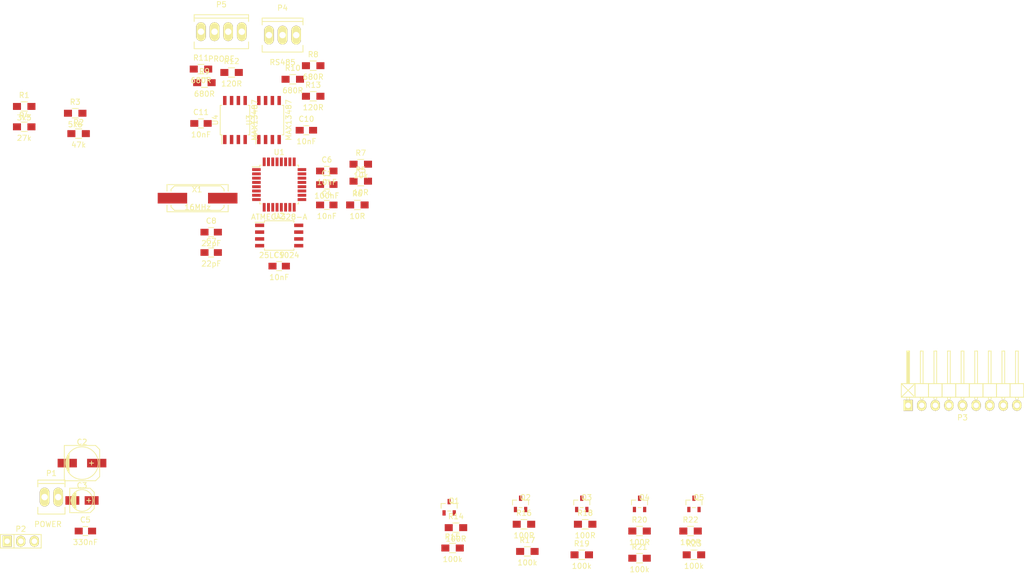
<source format=kicad_pcb>
(kicad_pcb (version 4) (host pcbnew 0.201412201901+5330~19~ubuntu14.04.1-product)

  (general
    (links 117)
    (no_connects 117)
    (area 0 0 0 0)
    (thickness 1.6)
    (drawings 0)
    (tracks 0)
    (zones 0)
    (modules 49)
    (nets 46)
  )

  (page A4)
  (layers
    (0 F.Cu signal)
    (31 B.Cu signal)
    (32 B.Adhes user)
    (33 F.Adhes user)
    (34 B.Paste user)
    (35 F.Paste user)
    (36 B.SilkS user)
    (37 F.SilkS user)
    (38 B.Mask user)
    (39 F.Mask user)
    (40 Dwgs.User user)
    (41 Cmts.User user)
    (42 Eco1.User user)
    (43 Eco2.User user)
    (44 Edge.Cuts user)
    (45 Margin user)
    (46 B.CrtYd user)
    (47 F.CrtYd user)
    (48 B.Fab user)
    (49 F.Fab user)
  )

  (setup
    (last_trace_width 0.254)
    (trace_clearance 0.254)
    (zone_clearance 0.508)
    (zone_45_only no)
    (trace_min 0.254)
    (segment_width 0.2)
    (edge_width 0.1)
    (via_size 0.889)
    (via_drill 0.635)
    (via_min_size 0.889)
    (via_min_drill 0.508)
    (uvia_size 0.508)
    (uvia_drill 0.127)
    (uvias_allowed no)
    (uvia_min_size 0.508)
    (uvia_min_drill 0.127)
    (pcb_text_width 0.3)
    (pcb_text_size 1.5 1.5)
    (mod_edge_width 0.15)
    (mod_text_size 1 1)
    (mod_text_width 0.15)
    (pad_size 1.5 1.5)
    (pad_drill 0.6)
    (pad_to_mask_clearance 0)
    (aux_axis_origin 0 0)
    (visible_elements FFFFFF7F)
    (pcbplotparams
      (layerselection 0x00030_80000001)
      (usegerberextensions false)
      (excludeedgelayer true)
      (linewidth 0.100000)
      (plotframeref false)
      (viasonmask false)
      (mode 1)
      (useauxorigin false)
      (hpglpennumber 1)
      (hpglpenspeed 20)
      (hpglpendiameter 15)
      (hpglpenoverlay 2)
      (psnegative false)
      (psa4output false)
      (plotreference true)
      (plotvalue true)
      (plotinvisibletext false)
      (padsonsilk false)
      (subtractmaskfromsilk false)
      (outputformat 1)
      (mirror false)
      (drillshape 1)
      (scaleselection 1)
      (outputdirectory ""))
  )

  (net 0 "")
  (net 1 "Net-(C1-Pad1)")
  (net 2 AGND)
  (net 3 VCOM)
  (net 4 GND)
  (net 5 +5V)
  (net 6 +5VA)
  (net 7 "Net-(C7-Pad2)")
  (net 8 "Net-(C8-Pad2)")
  (net 9 "Net-(P3-Pad2)")
  (net 10 "Net-(P3-Pad3)")
  (net 11 "Net-(P3-Pad4)")
  (net 12 "Net-(P3-Pad5)")
  (net 13 "Net-(P3-Pad6)")
  (net 14 "Net-(P3-Pad7)")
  (net 15 "Net-(P3-Pad8)")
  (net 16 "Net-(P4-Pad2)")
  (net 17 "Net-(P4-Pad3)")
  (net 18 "Net-(P5-Pad2)")
  (net 19 "Net-(P5-Pad3)")
  (net 20 "Net-(Q1-Pad1)")
  (net 21 "Net-(P6-Pad1)")
  (net 22 "Net-(Q2-Pad1)")
  (net 23 "Net-(P6-Pad2)")
  (net 24 "Net-(Q3-Pad1)")
  (net 25 "Net-(P6-Pad3)")
  (net 26 "Net-(Q4-Pad1)")
  (net 27 "Net-(P6-Pad5)")
  (net 28 "Net-(Q5-Pad1)")
  (net 29 "Net-(P6-Pad6)")
  (net 30 "Net-(R1-Pad1)")
  (net 31 "Net-(R2-Pad1)")
  (net 32 "Net-(R7-Pad2)")
  (net 33 "Net-(R14-Pad2)")
  (net 34 "Net-(R16-Pad2)")
  (net 35 "Net-(R18-Pad2)")
  (net 36 "Net-(R20-Pad2)")
  (net 37 "Net-(R22-Pad2)")
  (net 38 "Net-(U1-Pad1)")
  (net 39 "Net-(U1-Pad2)")
  (net 40 "Net-(U1-Pad9)")
  (net 41 "Net-(U1-Pad12)")
  (net 42 "Net-(U1-Pad16)")
  (net 43 "Net-(U1-Pad30)")
  (net 44 "Net-(U1-Pad31)")
  (net 45 "Net-(U1-Pad32)")

  (net_class Default "This is the default net class."
    (clearance 0.254)
    (trace_width 0.254)
    (via_dia 0.889)
    (via_drill 0.635)
    (uvia_dia 0.508)
    (uvia_drill 0.127)
    (add_net +5V)
    (add_net +5VA)
    (add_net AGND)
    (add_net GND)
    (add_net "Net-(C1-Pad1)")
    (add_net "Net-(C7-Pad2)")
    (add_net "Net-(C8-Pad2)")
    (add_net "Net-(P3-Pad2)")
    (add_net "Net-(P3-Pad3)")
    (add_net "Net-(P3-Pad4)")
    (add_net "Net-(P3-Pad5)")
    (add_net "Net-(P3-Pad6)")
    (add_net "Net-(P3-Pad7)")
    (add_net "Net-(P3-Pad8)")
    (add_net "Net-(P4-Pad2)")
    (add_net "Net-(P4-Pad3)")
    (add_net "Net-(P5-Pad2)")
    (add_net "Net-(P5-Pad3)")
    (add_net "Net-(P6-Pad1)")
    (add_net "Net-(P6-Pad2)")
    (add_net "Net-(P6-Pad3)")
    (add_net "Net-(P6-Pad5)")
    (add_net "Net-(P6-Pad6)")
    (add_net "Net-(Q1-Pad1)")
    (add_net "Net-(Q2-Pad1)")
    (add_net "Net-(Q3-Pad1)")
    (add_net "Net-(Q4-Pad1)")
    (add_net "Net-(Q5-Pad1)")
    (add_net "Net-(R1-Pad1)")
    (add_net "Net-(R14-Pad2)")
    (add_net "Net-(R16-Pad2)")
    (add_net "Net-(R18-Pad2)")
    (add_net "Net-(R2-Pad1)")
    (add_net "Net-(R20-Pad2)")
    (add_net "Net-(R22-Pad2)")
    (add_net "Net-(R7-Pad2)")
    (add_net "Net-(U1-Pad1)")
    (add_net "Net-(U1-Pad12)")
    (add_net "Net-(U1-Pad16)")
    (add_net "Net-(U1-Pad2)")
    (add_net "Net-(U1-Pad30)")
    (add_net "Net-(U1-Pad31)")
    (add_net "Net-(U1-Pad32)")
    (add_net "Net-(U1-Pad9)")
    (add_net VCOM)
  )

  (module Capacitors_SMD:C_0805_HandSoldering (layer F.Cu) (tedit 541A9B8D) (tstamp 549DC9E2)
    (at 146.685 81.28)
    (descr "Capacitor SMD 0805, hand soldering")
    (tags "capacitor 0805")
    (path /549E29FC)
    (attr smd)
    (fp_text reference C1 (at 0 -2.1) (layer F.SilkS)
      (effects (font (size 1 1) (thickness 0.15)))
    )
    (fp_text value 100nF (at 0 2.1) (layer F.SilkS)
      (effects (font (size 1 1) (thickness 0.15)))
    )
    (fp_line (start -2.3 -1) (end 2.3 -1) (layer F.CrtYd) (width 0.05))
    (fp_line (start -2.3 1) (end 2.3 1) (layer F.CrtYd) (width 0.05))
    (fp_line (start -2.3 -1) (end -2.3 1) (layer F.CrtYd) (width 0.05))
    (fp_line (start 2.3 -1) (end 2.3 1) (layer F.CrtYd) (width 0.05))
    (fp_line (start 0.5 -0.85) (end -0.5 -0.85) (layer F.SilkS) (width 0.15))
    (fp_line (start -0.5 0.85) (end 0.5 0.85) (layer F.SilkS) (width 0.15))
    (pad 1 smd rect (at -1.25 0) (size 1.5 1.25) (layers F.Cu F.Paste F.Mask)
      (net 1 "Net-(C1-Pad1)"))
    (pad 2 smd rect (at 1.25 0) (size 1.5 1.25) (layers F.Cu F.Paste F.Mask)
      (net 2 AGND))
    (model Capacitors_SMD/C_0805_HandSoldering.wrl
      (at (xyz 0 0 0))
      (scale (xyz 1 1 1))
      (rotate (xyz 0 0 0))
    )
  )

  (module Capacitors_SMD:c_elec_6.3x5.3 (layer F.Cu) (tedit 549DC919) (tstamp 549DC9E8)
    (at 100.965 133.35)
    (descr "SMT capacitor, aluminium electrolytic, 6.3x5.3")
    (path /549E4CBE)
    (fp_text reference C2 (at 0 -3.937) (layer F.SilkS)
      (effects (font (size 1 1) (thickness 0.15)))
    )
    (fp_text value 100uF (at 0 3.81) (layer F.SilkS) hide
      (effects (font (size 1 1) (thickness 0.15)))
    )
    (fp_line (start -2.921 -0.762) (end -2.921 0.762) (layer F.SilkS) (width 0.15))
    (fp_line (start -2.794 1.143) (end -2.794 -1.143) (layer F.SilkS) (width 0.15))
    (fp_line (start -2.667 -1.397) (end -2.667 1.397) (layer F.SilkS) (width 0.15))
    (fp_line (start -2.54 1.651) (end -2.54 -1.651) (layer F.SilkS) (width 0.15))
    (fp_line (start -2.413 -1.778) (end -2.413 1.778) (layer F.SilkS) (width 0.15))
    (fp_circle (center 0 0) (end -3.048 0) (layer F.SilkS) (width 0.15))
    (fp_line (start -3.302 -3.302) (end -3.302 3.302) (layer F.SilkS) (width 0.15))
    (fp_line (start -3.302 3.302) (end 2.54 3.302) (layer F.SilkS) (width 0.15))
    (fp_line (start 2.54 3.302) (end 3.302 2.54) (layer F.SilkS) (width 0.15))
    (fp_line (start 3.302 2.54) (end 3.302 -2.54) (layer F.SilkS) (width 0.15))
    (fp_line (start 3.302 -2.54) (end 2.54 -3.302) (layer F.SilkS) (width 0.15))
    (fp_line (start 2.54 -3.302) (end -3.302 -3.302) (layer F.SilkS) (width 0.15))
    (fp_line (start 2.159 0) (end 1.397 0) (layer F.SilkS) (width 0.15))
    (fp_line (start 1.778 -0.381) (end 1.778 0.381) (layer F.SilkS) (width 0.15))
    (pad 1 smd rect (at 2.75082 0) (size 3.59918 1.6002) (layers F.Cu F.Paste F.Mask)
      (net 3 VCOM))
    (pad 2 smd rect (at -2.75082 0) (size 3.59918 1.6002) (layers F.Cu F.Paste F.Mask)
      (net 4 GND))
    (model Capacitors_SMD/c_elec_6.3x5.3.wrl
      (at (xyz 0 0 0))
      (scale (xyz 1 1 1))
      (rotate (xyz 0 0 0))
    )
  )

  (module Capacitors_SMD:c_elec_4x5.3 (layer F.Cu) (tedit 549DC919) (tstamp 549DC9EE)
    (at 100.965 140.335)
    (descr "SMT capacitor, aluminium electrolytic, 4x5.3")
    (path /549E06F6)
    (fp_text reference C3 (at 0 -2.794) (layer F.SilkS)
      (effects (font (size 1 1) (thickness 0.15)))
    )
    (fp_text value 10uF (at 0 2.794) (layer F.SilkS) hide
      (effects (font (size 1 1) (thickness 0.15)))
    )
    (fp_line (start 1.651 0) (end 0.889 0) (layer F.SilkS) (width 0.15))
    (fp_line (start 1.27 -0.381) (end 1.27 0.381) (layer F.SilkS) (width 0.15))
    (fp_line (start 1.524 2.286) (end -2.286 2.286) (layer F.SilkS) (width 0.15))
    (fp_line (start 2.286 -1.524) (end 2.286 1.524) (layer F.SilkS) (width 0.15))
    (fp_line (start 1.524 2.286) (end 2.286 1.524) (layer F.SilkS) (width 0.15))
    (fp_line (start 1.524 -2.286) (end -2.286 -2.286) (layer F.SilkS) (width 0.15))
    (fp_line (start 1.524 -2.286) (end 2.286 -1.524) (layer F.SilkS) (width 0.15))
    (fp_line (start -2.032 0.127) (end -2.032 -0.127) (layer F.SilkS) (width 0.15))
    (fp_line (start -1.905 -0.635) (end -1.905 0.635) (layer F.SilkS) (width 0.15))
    (fp_line (start -1.778 0.889) (end -1.778 -0.889) (layer F.SilkS) (width 0.15))
    (fp_line (start -1.651 1.143) (end -1.651 -1.143) (layer F.SilkS) (width 0.15))
    (fp_line (start -1.524 -1.27) (end -1.524 1.27) (layer F.SilkS) (width 0.15))
    (fp_line (start -1.397 1.397) (end -1.397 -1.397) (layer F.SilkS) (width 0.15))
    (fp_line (start -1.27 -1.524) (end -1.27 1.524) (layer F.SilkS) (width 0.15))
    (fp_line (start -1.143 -1.651) (end -1.143 1.651) (layer F.SilkS) (width 0.15))
    (fp_circle (center 0 0) (end -2.032 0) (layer F.SilkS) (width 0.15))
    (fp_line (start -2.286 -2.286) (end -2.286 2.286) (layer F.SilkS) (width 0.15))
    (pad 1 smd rect (at 1.80086 0) (size 2.60096 1.6002) (layers F.Cu F.Paste F.Mask)
      (net 5 +5V))
    (pad 2 smd rect (at -1.80086 0) (size 2.60096 1.6002) (layers F.Cu F.Paste F.Mask)
      (net 4 GND))
    (model Capacitors_SMD/c_elec_4x5.3.wrl
      (at (xyz 0 0 0))
      (scale (xyz 1 1 1))
      (rotate (xyz 0 0 0))
    )
  )

  (module Capacitors_SMD:C_0805_HandSoldering (layer F.Cu) (tedit 541A9B8D) (tstamp 549DC9F4)
    (at 146.685 85.09)
    (descr "Capacitor SMD 0805, hand soldering")
    (tags "capacitor 0805")
    (path /549E17B8)
    (attr smd)
    (fp_text reference C4 (at 0 -2.1) (layer F.SilkS)
      (effects (font (size 1 1) (thickness 0.15)))
    )
    (fp_text value 10nF (at 0 2.1) (layer F.SilkS)
      (effects (font (size 1 1) (thickness 0.15)))
    )
    (fp_line (start -2.3 -1) (end 2.3 -1) (layer F.CrtYd) (width 0.05))
    (fp_line (start -2.3 1) (end 2.3 1) (layer F.CrtYd) (width 0.05))
    (fp_line (start -2.3 -1) (end -2.3 1) (layer F.CrtYd) (width 0.05))
    (fp_line (start 2.3 -1) (end 2.3 1) (layer F.CrtYd) (width 0.05))
    (fp_line (start 0.5 -0.85) (end -0.5 -0.85) (layer F.SilkS) (width 0.15))
    (fp_line (start -0.5 0.85) (end 0.5 0.85) (layer F.SilkS) (width 0.15))
    (pad 1 smd rect (at -1.25 0) (size 1.5 1.25) (layers F.Cu F.Paste F.Mask)
      (net 6 +5VA))
    (pad 2 smd rect (at 1.25 0) (size 1.5 1.25) (layers F.Cu F.Paste F.Mask)
      (net 2 AGND))
    (model Capacitors_SMD/C_0805_HandSoldering.wrl
      (at (xyz 0 0 0))
      (scale (xyz 1 1 1))
      (rotate (xyz 0 0 0))
    )
  )

  (module Capacitors_SMD:C_0805_HandSoldering (layer F.Cu) (tedit 541A9B8D) (tstamp 549DC9FA)
    (at 101.6 146.05)
    (descr "Capacitor SMD 0805, hand soldering")
    (tags "capacitor 0805")
    (path /549E4D9D)
    (attr smd)
    (fp_text reference C5 (at 0 -2.1) (layer F.SilkS)
      (effects (font (size 1 1) (thickness 0.15)))
    )
    (fp_text value 330nF (at 0 2.1) (layer F.SilkS)
      (effects (font (size 1 1) (thickness 0.15)))
    )
    (fp_line (start -2.3 -1) (end 2.3 -1) (layer F.CrtYd) (width 0.05))
    (fp_line (start -2.3 1) (end 2.3 1) (layer F.CrtYd) (width 0.05))
    (fp_line (start -2.3 -1) (end -2.3 1) (layer F.CrtYd) (width 0.05))
    (fp_line (start 2.3 -1) (end 2.3 1) (layer F.CrtYd) (width 0.05))
    (fp_line (start 0.5 -0.85) (end -0.5 -0.85) (layer F.SilkS) (width 0.15))
    (fp_line (start -0.5 0.85) (end 0.5 0.85) (layer F.SilkS) (width 0.15))
    (pad 1 smd rect (at -1.25 0) (size 1.5 1.25) (layers F.Cu F.Paste F.Mask)
      (net 5 +5V))
    (pad 2 smd rect (at 1.25 0) (size 1.5 1.25) (layers F.Cu F.Paste F.Mask)
      (net 4 GND))
    (model Capacitors_SMD/C_0805_HandSoldering.wrl
      (at (xyz 0 0 0))
      (scale (xyz 1 1 1))
      (rotate (xyz 0 0 0))
    )
  )

  (module Capacitors_SMD:C_0805_HandSoldering (layer F.Cu) (tedit 541A9B8D) (tstamp 549DCA00)
    (at 146.685 78.74)
    (descr "Capacitor SMD 0805, hand soldering")
    (tags "capacitor 0805")
    (path /549E1815)
    (attr smd)
    (fp_text reference C6 (at 0 -2.1) (layer F.SilkS)
      (effects (font (size 1 1) (thickness 0.15)))
    )
    (fp_text value 10nF (at 0 2.1) (layer F.SilkS)
      (effects (font (size 1 1) (thickness 0.15)))
    )
    (fp_line (start -2.3 -1) (end 2.3 -1) (layer F.CrtYd) (width 0.05))
    (fp_line (start -2.3 1) (end 2.3 1) (layer F.CrtYd) (width 0.05))
    (fp_line (start -2.3 -1) (end -2.3 1) (layer F.CrtYd) (width 0.05))
    (fp_line (start 2.3 -1) (end 2.3 1) (layer F.CrtYd) (width 0.05))
    (fp_line (start 0.5 -0.85) (end -0.5 -0.85) (layer F.SilkS) (width 0.15))
    (fp_line (start -0.5 0.85) (end 0.5 0.85) (layer F.SilkS) (width 0.15))
    (pad 1 smd rect (at -1.25 0) (size 1.5 1.25) (layers F.Cu F.Paste F.Mask)
      (net 5 +5V))
    (pad 2 smd rect (at 1.25 0) (size 1.5 1.25) (layers F.Cu F.Paste F.Mask)
      (net 4 GND))
    (model Capacitors_SMD/C_0805_HandSoldering.wrl
      (at (xyz 0 0 0))
      (scale (xyz 1 1 1))
      (rotate (xyz 0 0 0))
    )
  )

  (module Capacitors_SMD:C_0805_HandSoldering (layer F.Cu) (tedit 541A9B8D) (tstamp 549DCA06)
    (at 125.095 93.98)
    (descr "Capacitor SMD 0805, hand soldering")
    (tags "capacitor 0805")
    (path /549E06AF)
    (attr smd)
    (fp_text reference C7 (at 0 -2.1) (layer F.SilkS)
      (effects (font (size 1 1) (thickness 0.15)))
    )
    (fp_text value 22pF (at 0 2.1) (layer F.SilkS)
      (effects (font (size 1 1) (thickness 0.15)))
    )
    (fp_line (start -2.3 -1) (end 2.3 -1) (layer F.CrtYd) (width 0.05))
    (fp_line (start -2.3 1) (end 2.3 1) (layer F.CrtYd) (width 0.05))
    (fp_line (start -2.3 -1) (end -2.3 1) (layer F.CrtYd) (width 0.05))
    (fp_line (start 2.3 -1) (end 2.3 1) (layer F.CrtYd) (width 0.05))
    (fp_line (start 0.5 -0.85) (end -0.5 -0.85) (layer F.SilkS) (width 0.15))
    (fp_line (start -0.5 0.85) (end 0.5 0.85) (layer F.SilkS) (width 0.15))
    (pad 1 smd rect (at -1.25 0) (size 1.5 1.25) (layers F.Cu F.Paste F.Mask)
      (net 4 GND))
    (pad 2 smd rect (at 1.25 0) (size 1.5 1.25) (layers F.Cu F.Paste F.Mask)
      (net 7 "Net-(C7-Pad2)"))
    (model Capacitors_SMD/C_0805_HandSoldering.wrl
      (at (xyz 0 0 0))
      (scale (xyz 1 1 1))
      (rotate (xyz 0 0 0))
    )
  )

  (module Capacitors_SMD:C_0805_HandSoldering (layer F.Cu) (tedit 541A9B8D) (tstamp 549DCA0C)
    (at 125.095 90.17)
    (descr "Capacitor SMD 0805, hand soldering")
    (tags "capacitor 0805")
    (path /549E1ADF)
    (attr smd)
    (fp_text reference C8 (at 0 -2.1) (layer F.SilkS)
      (effects (font (size 1 1) (thickness 0.15)))
    )
    (fp_text value 22pF (at 0 2.1) (layer F.SilkS)
      (effects (font (size 1 1) (thickness 0.15)))
    )
    (fp_line (start -2.3 -1) (end 2.3 -1) (layer F.CrtYd) (width 0.05))
    (fp_line (start -2.3 1) (end 2.3 1) (layer F.CrtYd) (width 0.05))
    (fp_line (start -2.3 -1) (end -2.3 1) (layer F.CrtYd) (width 0.05))
    (fp_line (start 2.3 -1) (end 2.3 1) (layer F.CrtYd) (width 0.05))
    (fp_line (start 0.5 -0.85) (end -0.5 -0.85) (layer F.SilkS) (width 0.15))
    (fp_line (start -0.5 0.85) (end 0.5 0.85) (layer F.SilkS) (width 0.15))
    (pad 1 smd rect (at -1.25 0) (size 1.5 1.25) (layers F.Cu F.Paste F.Mask)
      (net 4 GND))
    (pad 2 smd rect (at 1.25 0) (size 1.5 1.25) (layers F.Cu F.Paste F.Mask)
      (net 8 "Net-(C8-Pad2)"))
    (model Capacitors_SMD/C_0805_HandSoldering.wrl
      (at (xyz 0 0 0))
      (scale (xyz 1 1 1))
      (rotate (xyz 0 0 0))
    )
  )

  (module Capacitors_SMD:C_0805_HandSoldering (layer F.Cu) (tedit 541A9B8D) (tstamp 549DCA12)
    (at 137.795 96.52)
    (descr "Capacitor SMD 0805, hand soldering")
    (tags "capacitor 0805")
    (path /549E3487)
    (attr smd)
    (fp_text reference C9 (at 0 -2.1) (layer F.SilkS)
      (effects (font (size 1 1) (thickness 0.15)))
    )
    (fp_text value 10nF (at 0 2.1) (layer F.SilkS)
      (effects (font (size 1 1) (thickness 0.15)))
    )
    (fp_line (start -2.3 -1) (end 2.3 -1) (layer F.CrtYd) (width 0.05))
    (fp_line (start -2.3 1) (end 2.3 1) (layer F.CrtYd) (width 0.05))
    (fp_line (start -2.3 -1) (end -2.3 1) (layer F.CrtYd) (width 0.05))
    (fp_line (start 2.3 -1) (end 2.3 1) (layer F.CrtYd) (width 0.05))
    (fp_line (start 0.5 -0.85) (end -0.5 -0.85) (layer F.SilkS) (width 0.15))
    (fp_line (start -0.5 0.85) (end 0.5 0.85) (layer F.SilkS) (width 0.15))
    (pad 1 smd rect (at -1.25 0) (size 1.5 1.25) (layers F.Cu F.Paste F.Mask)
      (net 5 +5V))
    (pad 2 smd rect (at 1.25 0) (size 1.5 1.25) (layers F.Cu F.Paste F.Mask)
      (net 4 GND))
    (model Capacitors_SMD/C_0805_HandSoldering.wrl
      (at (xyz 0 0 0))
      (scale (xyz 1 1 1))
      (rotate (xyz 0 0 0))
    )
  )

  (module Capacitors_SMD:C_0805_HandSoldering (layer F.Cu) (tedit 541A9B8D) (tstamp 549DCA18)
    (at 142.875 71.12)
    (descr "Capacitor SMD 0805, hand soldering")
    (tags "capacitor 0805")
    (path /549E52FC)
    (attr smd)
    (fp_text reference C10 (at 0 -2.1) (layer F.SilkS)
      (effects (font (size 1 1) (thickness 0.15)))
    )
    (fp_text value 10nF (at 0 2.1) (layer F.SilkS)
      (effects (font (size 1 1) (thickness 0.15)))
    )
    (fp_line (start -2.3 -1) (end 2.3 -1) (layer F.CrtYd) (width 0.05))
    (fp_line (start -2.3 1) (end 2.3 1) (layer F.CrtYd) (width 0.05))
    (fp_line (start -2.3 -1) (end -2.3 1) (layer F.CrtYd) (width 0.05))
    (fp_line (start 2.3 -1) (end 2.3 1) (layer F.CrtYd) (width 0.05))
    (fp_line (start 0.5 -0.85) (end -0.5 -0.85) (layer F.SilkS) (width 0.15))
    (fp_line (start -0.5 0.85) (end 0.5 0.85) (layer F.SilkS) (width 0.15))
    (pad 1 smd rect (at -1.25 0) (size 1.5 1.25) (layers F.Cu F.Paste F.Mask)
      (net 5 +5V))
    (pad 2 smd rect (at 1.25 0) (size 1.5 1.25) (layers F.Cu F.Paste F.Mask)
      (net 4 GND))
    (model Capacitors_SMD/C_0805_HandSoldering.wrl
      (at (xyz 0 0 0))
      (scale (xyz 1 1 1))
      (rotate (xyz 0 0 0))
    )
  )

  (module Capacitors_SMD:C_0805_HandSoldering (layer F.Cu) (tedit 541A9B8D) (tstamp 549DCA1E)
    (at 123.19 69.85)
    (descr "Capacitor SMD 0805, hand soldering")
    (tags "capacitor 0805")
    (path /549E512A)
    (attr smd)
    (fp_text reference C11 (at 0 -2.1) (layer F.SilkS)
      (effects (font (size 1 1) (thickness 0.15)))
    )
    (fp_text value 10nF (at 0 2.1) (layer F.SilkS)
      (effects (font (size 1 1) (thickness 0.15)))
    )
    (fp_line (start -2.3 -1) (end 2.3 -1) (layer F.CrtYd) (width 0.05))
    (fp_line (start -2.3 1) (end 2.3 1) (layer F.CrtYd) (width 0.05))
    (fp_line (start -2.3 -1) (end -2.3 1) (layer F.CrtYd) (width 0.05))
    (fp_line (start 2.3 -1) (end 2.3 1) (layer F.CrtYd) (width 0.05))
    (fp_line (start 0.5 -0.85) (end -0.5 -0.85) (layer F.SilkS) (width 0.15))
    (fp_line (start -0.5 0.85) (end 0.5 0.85) (layer F.SilkS) (width 0.15))
    (pad 1 smd rect (at -1.25 0) (size 1.5 1.25) (layers F.Cu F.Paste F.Mask)
      (net 5 +5V))
    (pad 2 smd rect (at 1.25 0) (size 1.5 1.25) (layers F.Cu F.Paste F.Mask)
      (net 4 GND))
    (model Capacitors_SMD/C_0805_HandSoldering.wrl
      (at (xyz 0 0 0))
      (scale (xyz 1 1 1))
      (rotate (xyz 0 0 0))
    )
  )

  (module Sockets_MOLEX_KK-System:Socket_MOLEX-KK-RM2-54mm_Lock_2pin_straight (layer F.Cu) (tedit 549DC919) (tstamp 549DCA24)
    (at 95.25 139.7)
    (descr "Socket, MOLEX, KK, RM 2.54mm, Lock, 2pin, straight,")
    (tags "Socket, MOLEX, KK, RM 2.54mm, Lock, 2pin, straight,")
    (path /549E978C)
    (fp_text reference P1 (at 0 -4.445) (layer F.SilkS)
      (effects (font (size 1 1) (thickness 0.15)))
    )
    (fp_text value POWER (at -0.635 5.08) (layer F.SilkS)
      (effects (font (size 1 1) (thickness 0.15)))
    )
    (fp_line (start -2.54 -2.54) (end 2.54 -2.54) (layer F.SilkS) (width 0.15))
    (fp_line (start 2.54 3.175) (end 2.54 1.905) (layer F.SilkS) (width 0.15))
    (fp_line (start 2.54 -2.54) (end 2.54 -1.905) (layer F.SilkS) (width 0.15))
    (fp_line (start -2.54 2.54) (end -2.54 1.905) (layer F.SilkS) (width 0.15))
    (fp_line (start -2.54 -2.54) (end -2.54 -1.905) (layer F.SilkS) (width 0.15))
    (fp_line (start -2.54 -2.54) (end -2.54 -3.175) (layer F.SilkS) (width 0.15))
    (fp_line (start -2.54 -3.175) (end 2.54 -3.175) (layer F.SilkS) (width 0.15))
    (fp_line (start 2.54 -3.175) (end 2.54 -2.54) (layer F.SilkS) (width 0.15))
    (fp_line (start 2.54 3.175) (end -2.54 3.175) (layer F.SilkS) (width 0.15))
    (fp_line (start -2.54 3.175) (end -2.54 2.54) (layer F.SilkS) (width 0.15))
    (pad 1 thru_hole oval (at -1.27 0) (size 1.80086 3.50012) (drill 1.19888) (layers *.Cu *.Mask F.SilkS)
      (net 3 VCOM))
    (pad 2 thru_hole oval (at 1.27 0) (size 1.80086 3.50012) (drill 1.19888) (layers *.Cu *.Mask F.SilkS)
      (net 4 GND))
  )

  (module Pin_Headers:Pin_Header_Straight_1x03 (layer F.Cu) (tedit 549DC919) (tstamp 549DCA2B)
    (at 89.535 147.955)
    (descr "Through hole pin header")
    (tags "pin header")
    (path /549DF876)
    (fp_text reference P2 (at 0 -2.286) (layer F.SilkS)
      (effects (font (size 1 1) (thickness 0.15)))
    )
    (fp_text value PSU (at 0 0) (layer F.SilkS) hide
      (effects (font (size 1 1) (thickness 0.15)))
    )
    (fp_line (start -1.27 1.27) (end 3.81 1.27) (layer F.SilkS) (width 0.15))
    (fp_line (start 3.81 1.27) (end 3.81 -1.27) (layer F.SilkS) (width 0.15))
    (fp_line (start 3.81 -1.27) (end -1.27 -1.27) (layer F.SilkS) (width 0.15))
    (fp_line (start -3.81 -1.27) (end -1.27 -1.27) (layer F.SilkS) (width 0.15))
    (fp_line (start -1.27 -1.27) (end -1.27 1.27) (layer F.SilkS) (width 0.15))
    (fp_line (start -3.81 -1.27) (end -3.81 1.27) (layer F.SilkS) (width 0.15))
    (fp_line (start -3.81 1.27) (end -1.27 1.27) (layer F.SilkS) (width 0.15))
    (pad 1 thru_hole rect (at -2.54 0) (size 1.7272 2.032) (drill 1.016) (layers *.Cu *.Mask F.SilkS)
      (net 3 VCOM))
    (pad 2 thru_hole oval (at 0 0) (size 1.7272 2.032) (drill 1.016) (layers *.Cu *.Mask F.SilkS)
      (net 4 GND))
    (pad 3 thru_hole oval (at 2.54 0) (size 1.7272 2.032) (drill 1.016) (layers *.Cu *.Mask F.SilkS)
      (net 5 +5V))
    (model Pin_Headers/Pin_Header_Straight_1x03.wrl
      (at (xyz 0 0 0))
      (scale (xyz 1 1 1))
      (rotate (xyz 0 0 0))
    )
  )

  (module Pin_Headers:Pin_Header_Angled_1x09 (layer F.Cu) (tedit 549DC919) (tstamp 549DCA38)
    (at 265.43 122.555)
    (descr "Through hole pin header")
    (tags "pin header")
    (path /549DF7DD)
    (fp_text reference P3 (at 0 2.286) (layer F.SilkS)
      (effects (font (size 1 1) (thickness 0.15)))
    )
    (fp_text value DISPLAY (at 0 0) (layer F.SilkS) hide
      (effects (font (size 1 1) (thickness 0.15)))
    )
    (fp_line (start -8.89 -4.064) (end -11.43 -1.524) (layer F.SilkS) (width 0.15))
    (fp_line (start -11.43 -4.064) (end -8.89 -1.524) (layer F.SilkS) (width 0.15))
    (fp_line (start -10.287 -4.191) (end -10.287 -10.033) (layer F.SilkS) (width 0.15))
    (fp_line (start -10.287 -10.033) (end -10.033 -10.033) (layer F.SilkS) (width 0.15))
    (fp_line (start -10.033 -10.033) (end -10.033 -4.191) (layer F.SilkS) (width 0.15))
    (fp_line (start -10.033 -4.191) (end -10.16 -4.191) (layer F.SilkS) (width 0.15))
    (fp_line (start -10.16 -4.191) (end -10.16 -10.033) (layer F.SilkS) (width 0.15))
    (fp_line (start 9.906 -1.524) (end 9.906 -1.143) (layer F.SilkS) (width 0.15))
    (fp_line (start 10.414 -1.524) (end 10.414 -1.143) (layer F.SilkS) (width 0.15))
    (fp_line (start -10.414 -1.524) (end -10.414 -1.143) (layer F.SilkS) (width 0.15))
    (fp_line (start -9.906 -1.524) (end -9.906 -1.143) (layer F.SilkS) (width 0.15))
    (fp_line (start -7.874 -1.524) (end -7.874 -1.143) (layer F.SilkS) (width 0.15))
    (fp_line (start -7.366 -1.524) (end -7.366 -1.143) (layer F.SilkS) (width 0.15))
    (fp_line (start -5.334 -1.524) (end -5.334 -1.143) (layer F.SilkS) (width 0.15))
    (fp_line (start -4.826 -1.524) (end -4.826 -1.143) (layer F.SilkS) (width 0.15))
    (fp_line (start -2.794 -1.524) (end -2.794 -1.143) (layer F.SilkS) (width 0.15))
    (fp_line (start -2.286 -1.524) (end -2.286 -1.143) (layer F.SilkS) (width 0.15))
    (fp_line (start 7.874 -1.524) (end 7.874 -1.143) (layer F.SilkS) (width 0.15))
    (fp_line (start 7.366 -1.524) (end 7.366 -1.143) (layer F.SilkS) (width 0.15))
    (fp_line (start 5.334 -1.524) (end 5.334 -1.143) (layer F.SilkS) (width 0.15))
    (fp_line (start 4.826 -1.524) (end 4.826 -1.143) (layer F.SilkS) (width 0.15))
    (fp_line (start 2.794 -1.524) (end 2.794 -1.143) (layer F.SilkS) (width 0.15))
    (fp_line (start 2.286 -1.524) (end 2.286 -1.143) (layer F.SilkS) (width 0.15))
    (fp_line (start 0.254 -1.524) (end 0.254 -1.143) (layer F.SilkS) (width 0.15))
    (fp_line (start -0.254 -1.524) (end -0.254 -1.143) (layer F.SilkS) (width 0.15))
    (fp_line (start 6.35 -1.524) (end 6.35 -4.064) (layer F.SilkS) (width 0.15))
    (fp_line (start 6.35 -1.524) (end 8.89 -1.524) (layer F.SilkS) (width 0.15))
    (fp_line (start 8.89 -1.524) (end 8.89 -4.064) (layer F.SilkS) (width 0.15))
    (fp_line (start 7.366 -4.064) (end 7.366 -10.16) (layer F.SilkS) (width 0.15))
    (fp_line (start 7.366 -10.16) (end 7.874 -10.16) (layer F.SilkS) (width 0.15))
    (fp_line (start 7.874 -10.16) (end 7.874 -4.064) (layer F.SilkS) (width 0.15))
    (fp_line (start 8.89 -4.064) (end 6.35 -4.064) (layer F.SilkS) (width 0.15))
    (fp_line (start 11.43 -4.064) (end 8.89 -4.064) (layer F.SilkS) (width 0.15))
    (fp_line (start 10.414 -10.16) (end 10.414 -4.064) (layer F.SilkS) (width 0.15))
    (fp_line (start 9.906 -10.16) (end 10.414 -10.16) (layer F.SilkS) (width 0.15))
    (fp_line (start 9.906 -4.064) (end 9.906 -10.16) (layer F.SilkS) (width 0.15))
    (fp_line (start 8.89 -1.524) (end 11.43 -1.524) (layer F.SilkS) (width 0.15))
    (fp_line (start 8.89 -1.524) (end 8.89 -4.064) (layer F.SilkS) (width 0.15))
    (fp_line (start 11.43 -1.524) (end 11.43 -4.064) (layer F.SilkS) (width 0.15))
    (fp_line (start -8.89 -4.064) (end -11.43 -4.064) (layer F.SilkS) (width 0.15))
    (fp_line (start -9.906 -10.16) (end -9.906 -4.064) (layer F.SilkS) (width 0.15))
    (fp_line (start -10.414 -10.16) (end -9.906 -10.16) (layer F.SilkS) (width 0.15))
    (fp_line (start -10.414 -4.064) (end -10.414 -10.16) (layer F.SilkS) (width 0.15))
    (fp_line (start -8.89 -1.524) (end -8.89 -4.064) (layer F.SilkS) (width 0.15))
    (fp_line (start -11.43 -1.524) (end -8.89 -1.524) (layer F.SilkS) (width 0.15))
    (fp_line (start -11.43 -1.524) (end -11.43 -4.064) (layer F.SilkS) (width 0.15))
    (fp_line (start -6.35 -1.524) (end -6.35 -4.064) (layer F.SilkS) (width 0.15))
    (fp_line (start -6.35 -1.524) (end -3.81 -1.524) (layer F.SilkS) (width 0.15))
    (fp_line (start -3.81 -1.524) (end -3.81 -4.064) (layer F.SilkS) (width 0.15))
    (fp_line (start -5.334 -4.064) (end -5.334 -10.16) (layer F.SilkS) (width 0.15))
    (fp_line (start -5.334 -10.16) (end -4.826 -10.16) (layer F.SilkS) (width 0.15))
    (fp_line (start -4.826 -10.16) (end -4.826 -4.064) (layer F.SilkS) (width 0.15))
    (fp_line (start -3.81 -4.064) (end -6.35 -4.064) (layer F.SilkS) (width 0.15))
    (fp_line (start -6.35 -4.064) (end -8.89 -4.064) (layer F.SilkS) (width 0.15))
    (fp_line (start -7.366 -10.16) (end -7.366 -4.064) (layer F.SilkS) (width 0.15))
    (fp_line (start -7.874 -10.16) (end -7.366 -10.16) (layer F.SilkS) (width 0.15))
    (fp_line (start -7.874 -4.064) (end -7.874 -10.16) (layer F.SilkS) (width 0.15))
    (fp_line (start -6.35 -1.524) (end -6.35 -4.064) (layer F.SilkS) (width 0.15))
    (fp_line (start -8.89 -1.524) (end -6.35 -1.524) (layer F.SilkS) (width 0.15))
    (fp_line (start -8.89 -1.524) (end -8.89 -4.064) (layer F.SilkS) (width 0.15))
    (fp_line (start 1.27 -1.524) (end 1.27 -4.064) (layer F.SilkS) (width 0.15))
    (fp_line (start 1.27 -1.524) (end 3.81 -1.524) (layer F.SilkS) (width 0.15))
    (fp_line (start 3.81 -1.524) (end 3.81 -4.064) (layer F.SilkS) (width 0.15))
    (fp_line (start 2.286 -4.064) (end 2.286 -10.16) (layer F.SilkS) (width 0.15))
    (fp_line (start 2.286 -10.16) (end 2.794 -10.16) (layer F.SilkS) (width 0.15))
    (fp_line (start 2.794 -10.16) (end 2.794 -4.064) (layer F.SilkS) (width 0.15))
    (fp_line (start 3.81 -4.064) (end 1.27 -4.064) (layer F.SilkS) (width 0.15))
    (fp_line (start 6.35 -4.064) (end 3.81 -4.064) (layer F.SilkS) (width 0.15))
    (fp_line (start 5.334 -10.16) (end 5.334 -4.064) (layer F.SilkS) (width 0.15))
    (fp_line (start 4.826 -10.16) (end 5.334 -10.16) (layer F.SilkS) (width 0.15))
    (fp_line (start 4.826 -4.064) (end 4.826 -10.16) (layer F.SilkS) (width 0.15))
    (fp_line (start 6.35 -1.524) (end 6.35 -4.064) (layer F.SilkS) (width 0.15))
    (fp_line (start 3.81 -1.524) (end 6.35 -1.524) (layer F.SilkS) (width 0.15))
    (fp_line (start 3.81 -1.524) (end 3.81 -4.064) (layer F.SilkS) (width 0.15))
    (fp_line (start -1.27 -1.524) (end -1.27 -4.064) (layer F.SilkS) (width 0.15))
    (fp_line (start -1.27 -1.524) (end 1.27 -1.524) (layer F.SilkS) (width 0.15))
    (fp_line (start 1.27 -1.524) (end 1.27 -4.064) (layer F.SilkS) (width 0.15))
    (fp_line (start -0.254 -4.064) (end -0.254 -10.16) (layer F.SilkS) (width 0.15))
    (fp_line (start -0.254 -10.16) (end 0.254 -10.16) (layer F.SilkS) (width 0.15))
    (fp_line (start 0.254 -10.16) (end 0.254 -4.064) (layer F.SilkS) (width 0.15))
    (fp_line (start 1.27 -4.064) (end -1.27 -4.064) (layer F.SilkS) (width 0.15))
    (fp_line (start -1.27 -4.064) (end -3.81 -4.064) (layer F.SilkS) (width 0.15))
    (fp_line (start -2.286 -10.16) (end -2.286 -4.064) (layer F.SilkS) (width 0.15))
    (fp_line (start -2.794 -10.16) (end -2.286 -10.16) (layer F.SilkS) (width 0.15))
    (fp_line (start -2.794 -4.064) (end -2.794 -10.16) (layer F.SilkS) (width 0.15))
    (fp_line (start -1.27 -1.524) (end -1.27 -4.064) (layer F.SilkS) (width 0.15))
    (fp_line (start -3.81 -1.524) (end -1.27 -1.524) (layer F.SilkS) (width 0.15))
    (fp_line (start -3.81 -1.524) (end -3.81 -4.064) (layer F.SilkS) (width 0.15))
    (pad 1 thru_hole rect (at -10.16 0) (size 1.7272 2.032) (drill 1.016) (layers *.Cu *.Mask F.SilkS)
      (net 5 +5V))
    (pad 2 thru_hole oval (at -7.62 0) (size 1.7272 2.032) (drill 1.016) (layers *.Cu *.Mask F.SilkS)
      (net 9 "Net-(P3-Pad2)"))
    (pad 3 thru_hole oval (at -5.08 0) (size 1.7272 2.032) (drill 1.016) (layers *.Cu *.Mask F.SilkS)
      (net 10 "Net-(P3-Pad3)"))
    (pad 4 thru_hole oval (at -2.54 0) (size 1.7272 2.032) (drill 1.016) (layers *.Cu *.Mask F.SilkS)
      (net 11 "Net-(P3-Pad4)"))
    (pad 5 thru_hole oval (at 0 0) (size 1.7272 2.032) (drill 1.016) (layers *.Cu *.Mask F.SilkS)
      (net 12 "Net-(P3-Pad5)"))
    (pad 6 thru_hole oval (at 2.54 0) (size 1.7272 2.032) (drill 1.016) (layers *.Cu *.Mask F.SilkS)
      (net 13 "Net-(P3-Pad6)"))
    (pad 7 thru_hole oval (at 5.08 0) (size 1.7272 2.032) (drill 1.016) (layers *.Cu *.Mask F.SilkS)
      (net 14 "Net-(P3-Pad7)"))
    (pad 8 thru_hole oval (at 7.62 0) (size 1.7272 2.032) (drill 1.016) (layers *.Cu *.Mask F.SilkS)
      (net 15 "Net-(P3-Pad8)"))
    (pad 9 thru_hole oval (at 10.16 0) (size 1.7272 2.032) (drill 1.016) (layers *.Cu *.Mask F.SilkS)
      (net 4 GND))
    (model Pin_Headers/Pin_Header_Angled_1x09.wrl
      (at (xyz 0 0 0))
      (scale (xyz 1 1 1))
      (rotate (xyz 0 0 0))
    )
  )

  (module Sockets_MOLEX_KK-System:Socket_MOLEX-KK-RM2-54mm_Lock_3pin_straight (layer F.Cu) (tedit 549DC919) (tstamp 549DCA3F)
    (at 138.43 53.34)
    (descr "Socket, MOLEX, KK, RM 2.54mm, Lock, 3pin, straight,")
    (tags "Socket, MOLEX, KK, RM 2.54mm, Lock, 3pin, straight,")
    (path /549E973F)
    (fp_text reference P4 (at 0 -5.08) (layer F.SilkS)
      (effects (font (size 1 1) (thickness 0.15)))
    )
    (fp_text value RS485 (at 0 5.08) (layer F.SilkS)
      (effects (font (size 1 1) (thickness 0.15)))
    )
    (fp_line (start 3.81 -2.54) (end -3.81 -2.54) (layer F.SilkS) (width 0.15))
    (fp_line (start 3.81 1.905) (end 3.81 3.175) (layer F.SilkS) (width 0.15))
    (fp_line (start -3.81 -1.905) (end -3.81 -3.175) (layer F.SilkS) (width 0.15))
    (fp_line (start -3.81 -3.175) (end 3.81 -3.175) (layer F.SilkS) (width 0.15))
    (fp_line (start 3.81 -3.175) (end 3.81 -1.905) (layer F.SilkS) (width 0.15))
    (fp_line (start 3.81 3.175) (end -3.81 3.175) (layer F.SilkS) (width 0.15))
    (fp_line (start -3.81 3.175) (end -3.81 1.905) (layer F.SilkS) (width 0.15))
    (pad 1 thru_hole oval (at -2.54 0) (size 1.80086 3.50012) (drill 1.19888) (layers *.Cu *.Mask F.SilkS)
      (net 4 GND))
    (pad 2 thru_hole oval (at 0 0) (size 1.80086 3.50012) (drill 1.19888) (layers *.Cu *.Mask F.SilkS)
      (net 16 "Net-(P4-Pad2)"))
    (pad 3 thru_hole oval (at 2.54 0) (size 1.80086 3.50012) (drill 1.19888) (layers *.Cu *.Mask F.SilkS)
      (net 17 "Net-(P4-Pad3)"))
  )

  (module Sockets_MOLEX_KK-System:Socket_MOLEX-KK-RM2-54mm_Lock_4pin_straight (layer F.Cu) (tedit 549DC919) (tstamp 549DCA47)
    (at 127 52.705)
    (descr "Socket, MOLEX, KK, RM 2.54mm, Lock, 4pin, straight,")
    (tags "Socket, MOLEX, KK, RM 2.54mm, Lock, 4pin, straight,")
    (path /549E97F6)
    (fp_text reference P5 (at 0 -5.08) (layer F.SilkS)
      (effects (font (size 1 1) (thickness 0.15)))
    )
    (fp_text value PROBE (at 0 5.08) (layer F.SilkS)
      (effects (font (size 1 1) (thickness 0.15)))
    )
    (fp_line (start 5.08 -2.54) (end -5.08 -2.54) (layer F.SilkS) (width 0.15))
    (fp_line (start 5.08 1.905) (end 5.08 3.175) (layer F.SilkS) (width 0.15))
    (fp_line (start -5.08 -1.905) (end -5.08 -3.175) (layer F.SilkS) (width 0.15))
    (fp_line (start -5.08 -3.175) (end 5.08 -3.175) (layer F.SilkS) (width 0.15))
    (fp_line (start 5.08 -3.175) (end 5.08 -1.905) (layer F.SilkS) (width 0.15))
    (fp_line (start 5.08 3.175) (end -5.08 3.175) (layer F.SilkS) (width 0.15))
    (fp_line (start -5.08 3.175) (end -5.08 1.905) (layer F.SilkS) (width 0.15))
    (pad 1 thru_hole oval (at -3.81 0) (size 1.80086 3.50012) (drill 1.19888) (layers *.Cu *.Mask F.SilkS)
      (net 4 GND))
    (pad 2 thru_hole oval (at -1.27 0) (size 1.80086 3.50012) (drill 1.19888) (layers *.Cu *.Mask F.SilkS)
      (net 18 "Net-(P5-Pad2)"))
    (pad 3 thru_hole oval (at 1.27 0) (size 1.80086 3.50012) (drill 1.19888) (layers *.Cu *.Mask F.SilkS)
      (net 19 "Net-(P5-Pad3)"))
    (pad 4 thru_hole oval (at 3.81 0) (size 1.80086 3.50012) (drill 1.19888) (layers *.Cu *.Mask F.SilkS)
      (net 5 +5V))
  )

  (module Transistors_SMD:sot23 (layer F.Cu) (tedit 549DC919) (tstamp 549DCA4E)
    (at 169.545 141.605)
    (descr SOT23)
    (path /549F21BB)
    (attr smd)
    (fp_text reference Q1 (at 0.9 -1.2) (layer F.SilkS)
      (effects (font (size 1 1) (thickness 0.15)))
    )
    (fp_text value IRLML2060 (at 0 2.3) (layer F.SilkS) hide
      (effects (font (size 1 1) (thickness 0.15)))
    )
    (fp_line (start -1.5 0.2) (end -1.5 -0.7) (layer F.SilkS) (width 0.15))
    (fp_line (start -1.5 -0.7) (end -0.7 -0.7) (layer F.SilkS) (width 0.15))
    (fp_line (start 1.5 0.2) (end 1.5 -0.7) (layer F.SilkS) (width 0.15))
    (fp_line (start 1.5 -0.7) (end 0.7 -0.7) (layer F.SilkS) (width 0.15))
    (fp_line (start 0.3 0.7) (end -0.3 0.7) (layer F.SilkS) (width 0.15))
    (pad 1 smd rect (at -0.9525 1.05664) (size 0.59944 1.00076) (layers F.Cu F.Paste F.Mask)
      (net 20 "Net-(Q1-Pad1)"))
    (pad 3 smd rect (at 0 -1.05664) (size 0.59944 1.00076) (layers F.Cu F.Paste F.Mask)
      (net 21 "Net-(P6-Pad1)"))
    (pad 2 smd rect (at 0.9525 1.05664) (size 0.59944 1.00076) (layers F.Cu F.Paste F.Mask)
      (net 4 GND))
    (model Transistors_SMD/sot23.wrl
      (at (xyz 0 0 0))
      (scale (xyz 1 1 1))
      (rotate (xyz 0 0 0))
    )
  )

  (module Transistors_SMD:sot23 (layer F.Cu) (tedit 549DC919) (tstamp 549DCA55)
    (at 182.88 140.97)
    (descr SOT23)
    (path /549F21DC)
    (attr smd)
    (fp_text reference Q2 (at 0.9 -1.2) (layer F.SilkS)
      (effects (font (size 1 1) (thickness 0.15)))
    )
    (fp_text value IRLML2060 (at 0 2.3) (layer F.SilkS) hide
      (effects (font (size 1 1) (thickness 0.15)))
    )
    (fp_line (start -1.5 0.2) (end -1.5 -0.7) (layer F.SilkS) (width 0.15))
    (fp_line (start -1.5 -0.7) (end -0.7 -0.7) (layer F.SilkS) (width 0.15))
    (fp_line (start 1.5 0.2) (end 1.5 -0.7) (layer F.SilkS) (width 0.15))
    (fp_line (start 1.5 -0.7) (end 0.7 -0.7) (layer F.SilkS) (width 0.15))
    (fp_line (start 0.3 0.7) (end -0.3 0.7) (layer F.SilkS) (width 0.15))
    (pad 1 smd rect (at -0.9525 1.05664) (size 0.59944 1.00076) (layers F.Cu F.Paste F.Mask)
      (net 22 "Net-(Q2-Pad1)"))
    (pad 3 smd rect (at 0 -1.05664) (size 0.59944 1.00076) (layers F.Cu F.Paste F.Mask)
      (net 23 "Net-(P6-Pad2)"))
    (pad 2 smd rect (at 0.9525 1.05664) (size 0.59944 1.00076) (layers F.Cu F.Paste F.Mask)
      (net 4 GND))
    (model Transistors_SMD/sot23.wrl
      (at (xyz 0 0 0))
      (scale (xyz 1 1 1))
      (rotate (xyz 0 0 0))
    )
  )

  (module Transistors_SMD:sot23 (layer F.Cu) (tedit 549DC919) (tstamp 549DCA5C)
    (at 194.31 140.97)
    (descr SOT23)
    (path /549EECEE)
    (attr smd)
    (fp_text reference Q3 (at 0.9 -1.2) (layer F.SilkS)
      (effects (font (size 1 1) (thickness 0.15)))
    )
    (fp_text value IRLML2060 (at 0 2.3) (layer F.SilkS) hide
      (effects (font (size 1 1) (thickness 0.15)))
    )
    (fp_line (start -1.5 0.2) (end -1.5 -0.7) (layer F.SilkS) (width 0.15))
    (fp_line (start -1.5 -0.7) (end -0.7 -0.7) (layer F.SilkS) (width 0.15))
    (fp_line (start 1.5 0.2) (end 1.5 -0.7) (layer F.SilkS) (width 0.15))
    (fp_line (start 1.5 -0.7) (end 0.7 -0.7) (layer F.SilkS) (width 0.15))
    (fp_line (start 0.3 0.7) (end -0.3 0.7) (layer F.SilkS) (width 0.15))
    (pad 1 smd rect (at -0.9525 1.05664) (size 0.59944 1.00076) (layers F.Cu F.Paste F.Mask)
      (net 24 "Net-(Q3-Pad1)"))
    (pad 3 smd rect (at 0 -1.05664) (size 0.59944 1.00076) (layers F.Cu F.Paste F.Mask)
      (net 25 "Net-(P6-Pad3)"))
    (pad 2 smd rect (at 0.9525 1.05664) (size 0.59944 1.00076) (layers F.Cu F.Paste F.Mask)
      (net 4 GND))
    (model Transistors_SMD/sot23.wrl
      (at (xyz 0 0 0))
      (scale (xyz 1 1 1))
      (rotate (xyz 0 0 0))
    )
  )

  (module Transistors_SMD:sot23 (layer F.Cu) (tedit 549DC919) (tstamp 549DCA63)
    (at 205.105 140.97)
    (descr SOT23)
    (path /549F1C3F)
    (attr smd)
    (fp_text reference Q4 (at 0.9 -1.2) (layer F.SilkS)
      (effects (font (size 1 1) (thickness 0.15)))
    )
    (fp_text value IRLML2060 (at 0 2.3) (layer F.SilkS) hide
      (effects (font (size 1 1) (thickness 0.15)))
    )
    (fp_line (start -1.5 0.2) (end -1.5 -0.7) (layer F.SilkS) (width 0.15))
    (fp_line (start -1.5 -0.7) (end -0.7 -0.7) (layer F.SilkS) (width 0.15))
    (fp_line (start 1.5 0.2) (end 1.5 -0.7) (layer F.SilkS) (width 0.15))
    (fp_line (start 1.5 -0.7) (end 0.7 -0.7) (layer F.SilkS) (width 0.15))
    (fp_line (start 0.3 0.7) (end -0.3 0.7) (layer F.SilkS) (width 0.15))
    (pad 1 smd rect (at -0.9525 1.05664) (size 0.59944 1.00076) (layers F.Cu F.Paste F.Mask)
      (net 26 "Net-(Q4-Pad1)"))
    (pad 3 smd rect (at 0 -1.05664) (size 0.59944 1.00076) (layers F.Cu F.Paste F.Mask)
      (net 27 "Net-(P6-Pad5)"))
    (pad 2 smd rect (at 0.9525 1.05664) (size 0.59944 1.00076) (layers F.Cu F.Paste F.Mask)
      (net 4 GND))
    (model Transistors_SMD/sot23.wrl
      (at (xyz 0 0 0))
      (scale (xyz 1 1 1))
      (rotate (xyz 0 0 0))
    )
  )

  (module Transistors_SMD:sot23 (layer F.Cu) (tedit 549DC919) (tstamp 549DCA6A)
    (at 215.265 140.97)
    (descr SOT23)
    (path /549F1D78)
    (attr smd)
    (fp_text reference Q5 (at 0.9 -1.2) (layer F.SilkS)
      (effects (font (size 1 1) (thickness 0.15)))
    )
    (fp_text value IRLML2060 (at 0 2.3) (layer F.SilkS) hide
      (effects (font (size 1 1) (thickness 0.15)))
    )
    (fp_line (start -1.5 0.2) (end -1.5 -0.7) (layer F.SilkS) (width 0.15))
    (fp_line (start -1.5 -0.7) (end -0.7 -0.7) (layer F.SilkS) (width 0.15))
    (fp_line (start 1.5 0.2) (end 1.5 -0.7) (layer F.SilkS) (width 0.15))
    (fp_line (start 1.5 -0.7) (end 0.7 -0.7) (layer F.SilkS) (width 0.15))
    (fp_line (start 0.3 0.7) (end -0.3 0.7) (layer F.SilkS) (width 0.15))
    (pad 1 smd rect (at -0.9525 1.05664) (size 0.59944 1.00076) (layers F.Cu F.Paste F.Mask)
      (net 28 "Net-(Q5-Pad1)"))
    (pad 3 smd rect (at 0 -1.05664) (size 0.59944 1.00076) (layers F.Cu F.Paste F.Mask)
      (net 29 "Net-(P6-Pad6)"))
    (pad 2 smd rect (at 0.9525 1.05664) (size 0.59944 1.00076) (layers F.Cu F.Paste F.Mask)
      (net 4 GND))
    (model Transistors_SMD/sot23.wrl
      (at (xyz 0 0 0))
      (scale (xyz 1 1 1))
      (rotate (xyz 0 0 0))
    )
  )

  (module Resistors_SMD:R_0805_HandSoldering (layer F.Cu) (tedit 54189DEE) (tstamp 549DCA70)
    (at 90.17 66.675)
    (descr "Resistor SMD 0805, hand soldering")
    (tags "resistor 0805")
    (path /549DFAC1)
    (attr smd)
    (fp_text reference R1 (at 0 -2.1) (layer F.SilkS)
      (effects (font (size 1 1) (thickness 0.15)))
    )
    (fp_text value 3k3 (at 0 2.1) (layer F.SilkS)
      (effects (font (size 1 1) (thickness 0.15)))
    )
    (fp_line (start -2.4 -1) (end 2.4 -1) (layer F.CrtYd) (width 0.05))
    (fp_line (start -2.4 1) (end 2.4 1) (layer F.CrtYd) (width 0.05))
    (fp_line (start -2.4 -1) (end -2.4 1) (layer F.CrtYd) (width 0.05))
    (fp_line (start 2.4 -1) (end 2.4 1) (layer F.CrtYd) (width 0.05))
    (fp_line (start 0.6 0.875) (end -0.6 0.875) (layer F.SilkS) (width 0.15))
    (fp_line (start -0.6 -0.875) (end 0.6 -0.875) (layer F.SilkS) (width 0.15))
    (pad 1 smd rect (at -1.35 0) (size 1.5 1.3) (layers F.Cu F.Paste F.Mask)
      (net 30 "Net-(R1-Pad1)"))
    (pad 2 smd rect (at 1.35 0) (size 1.5 1.3) (layers F.Cu F.Paste F.Mask)
      (net 5 +5V))
    (model Resistors_SMD/R_0805_HandSoldering.wrl
      (at (xyz 0 0 0))
      (scale (xyz 1 1 1))
      (rotate (xyz 0 0 0))
    )
  )

  (module Resistors_SMD:R_0805_HandSoldering (layer F.Cu) (tedit 54189DEE) (tstamp 549DCA76)
    (at 100.33 71.755)
    (descr "Resistor SMD 0805, hand soldering")
    (tags "resistor 0805")
    (path /549DFB3D)
    (attr smd)
    (fp_text reference R2 (at 0 -2.1) (layer F.SilkS)
      (effects (font (size 1 1) (thickness 0.15)))
    )
    (fp_text value 47k (at 0 2.1) (layer F.SilkS)
      (effects (font (size 1 1) (thickness 0.15)))
    )
    (fp_line (start -2.4 -1) (end 2.4 -1) (layer F.CrtYd) (width 0.05))
    (fp_line (start -2.4 1) (end 2.4 1) (layer F.CrtYd) (width 0.05))
    (fp_line (start -2.4 -1) (end -2.4 1) (layer F.CrtYd) (width 0.05))
    (fp_line (start 2.4 -1) (end 2.4 1) (layer F.CrtYd) (width 0.05))
    (fp_line (start 0.6 0.875) (end -0.6 0.875) (layer F.SilkS) (width 0.15))
    (fp_line (start -0.6 -0.875) (end 0.6 -0.875) (layer F.SilkS) (width 0.15))
    (pad 1 smd rect (at -1.35 0) (size 1.5 1.3) (layers F.Cu F.Paste F.Mask)
      (net 31 "Net-(R2-Pad1)"))
    (pad 2 smd rect (at 1.35 0) (size 1.5 1.3) (layers F.Cu F.Paste F.Mask)
      (net 3 VCOM))
    (model Resistors_SMD/R_0805_HandSoldering.wrl
      (at (xyz 0 0 0))
      (scale (xyz 1 1 1))
      (rotate (xyz 0 0 0))
    )
  )

  (module Resistors_SMD:R_0805_HandSoldering (layer F.Cu) (tedit 54189DEE) (tstamp 549DCA7C)
    (at 99.695 67.945)
    (descr "Resistor SMD 0805, hand soldering")
    (tags "resistor 0805")
    (path /549DFB56)
    (attr smd)
    (fp_text reference R3 (at 0 -2.1) (layer F.SilkS)
      (effects (font (size 1 1) (thickness 0.15)))
    )
    (fp_text value 5k6 (at 0 2.1) (layer F.SilkS)
      (effects (font (size 1 1) (thickness 0.15)))
    )
    (fp_line (start -2.4 -1) (end 2.4 -1) (layer F.CrtYd) (width 0.05))
    (fp_line (start -2.4 1) (end 2.4 1) (layer F.CrtYd) (width 0.05))
    (fp_line (start -2.4 -1) (end -2.4 1) (layer F.CrtYd) (width 0.05))
    (fp_line (start 2.4 -1) (end 2.4 1) (layer F.CrtYd) (width 0.05))
    (fp_line (start 0.6 0.875) (end -0.6 0.875) (layer F.SilkS) (width 0.15))
    (fp_line (start -0.6 -0.875) (end 0.6 -0.875) (layer F.SilkS) (width 0.15))
    (pad 1 smd rect (at -1.35 0) (size 1.5 1.3) (layers F.Cu F.Paste F.Mask)
      (net 31 "Net-(R2-Pad1)"))
    (pad 2 smd rect (at 1.35 0) (size 1.5 1.3) (layers F.Cu F.Paste F.Mask)
      (net 4 GND))
    (model Resistors_SMD/R_0805_HandSoldering.wrl
      (at (xyz 0 0 0))
      (scale (xyz 1 1 1))
      (rotate (xyz 0 0 0))
    )
  )

  (module Resistors_SMD:R_0805_HandSoldering (layer F.Cu) (tedit 54189DEE) (tstamp 549DCA82)
    (at 90.17 70.485)
    (descr "Resistor SMD 0805, hand soldering")
    (tags "resistor 0805")
    (path /549DFB1E)
    (attr smd)
    (fp_text reference R4 (at 0 -2.1) (layer F.SilkS)
      (effects (font (size 1 1) (thickness 0.15)))
    )
    (fp_text value 27k (at 0 2.1) (layer F.SilkS)
      (effects (font (size 1 1) (thickness 0.15)))
    )
    (fp_line (start -2.4 -1) (end 2.4 -1) (layer F.CrtYd) (width 0.05))
    (fp_line (start -2.4 1) (end 2.4 1) (layer F.CrtYd) (width 0.05))
    (fp_line (start -2.4 -1) (end -2.4 1) (layer F.CrtYd) (width 0.05))
    (fp_line (start 2.4 -1) (end 2.4 1) (layer F.CrtYd) (width 0.05))
    (fp_line (start 0.6 0.875) (end -0.6 0.875) (layer F.SilkS) (width 0.15))
    (fp_line (start -0.6 -0.875) (end 0.6 -0.875) (layer F.SilkS) (width 0.15))
    (pad 1 smd rect (at -1.35 0) (size 1.5 1.3) (layers F.Cu F.Paste F.Mask)
      (net 30 "Net-(R1-Pad1)"))
    (pad 2 smd rect (at 1.35 0) (size 1.5 1.3) (layers F.Cu F.Paste F.Mask)
      (net 4 GND))
    (model Resistors_SMD/R_0805_HandSoldering.wrl
      (at (xyz 0 0 0))
      (scale (xyz 1 1 1))
      (rotate (xyz 0 0 0))
    )
  )

  (module Resistors_SMD:R_0805_HandSoldering (layer F.Cu) (tedit 54189DEE) (tstamp 549DCA88)
    (at 153.035 80.645)
    (descr "Resistor SMD 0805, hand soldering")
    (tags "resistor 0805")
    (path /549E0A77)
    (attr smd)
    (fp_text reference R5 (at 0 -2.1) (layer F.SilkS)
      (effects (font (size 1 1) (thickness 0.15)))
    )
    (fp_text value 10R (at 0 2.1) (layer F.SilkS)
      (effects (font (size 1 1) (thickness 0.15)))
    )
    (fp_line (start -2.4 -1) (end 2.4 -1) (layer F.CrtYd) (width 0.05))
    (fp_line (start -2.4 1) (end 2.4 1) (layer F.CrtYd) (width 0.05))
    (fp_line (start -2.4 -1) (end -2.4 1) (layer F.CrtYd) (width 0.05))
    (fp_line (start 2.4 -1) (end 2.4 1) (layer F.CrtYd) (width 0.05))
    (fp_line (start 0.6 0.875) (end -0.6 0.875) (layer F.SilkS) (width 0.15))
    (fp_line (start -0.6 -0.875) (end 0.6 -0.875) (layer F.SilkS) (width 0.15))
    (pad 1 smd rect (at -1.35 0) (size 1.5 1.3) (layers F.Cu F.Paste F.Mask)
      (net 5 +5V))
    (pad 2 smd rect (at 1.35 0) (size 1.5 1.3) (layers F.Cu F.Paste F.Mask)
      (net 6 +5VA))
    (model Resistors_SMD/R_0805_HandSoldering.wrl
      (at (xyz 0 0 0))
      (scale (xyz 1 1 1))
      (rotate (xyz 0 0 0))
    )
  )

  (module Resistors_SMD:R_0805_HandSoldering (layer F.Cu) (tedit 54189DEE) (tstamp 549DCA8E)
    (at 152.4 85.09)
    (descr "Resistor SMD 0805, hand soldering")
    (tags "resistor 0805")
    (path /549E0B24)
    (attr smd)
    (fp_text reference R6 (at 0 -2.1) (layer F.SilkS)
      (effects (font (size 1 1) (thickness 0.15)))
    )
    (fp_text value 10R (at 0 2.1) (layer F.SilkS)
      (effects (font (size 1 1) (thickness 0.15)))
    )
    (fp_line (start -2.4 -1) (end 2.4 -1) (layer F.CrtYd) (width 0.05))
    (fp_line (start -2.4 1) (end 2.4 1) (layer F.CrtYd) (width 0.05))
    (fp_line (start -2.4 -1) (end -2.4 1) (layer F.CrtYd) (width 0.05))
    (fp_line (start 2.4 -1) (end 2.4 1) (layer F.CrtYd) (width 0.05))
    (fp_line (start 0.6 0.875) (end -0.6 0.875) (layer F.SilkS) (width 0.15))
    (fp_line (start -0.6 -0.875) (end 0.6 -0.875) (layer F.SilkS) (width 0.15))
    (pad 1 smd rect (at -1.35 0) (size 1.5 1.3) (layers F.Cu F.Paste F.Mask)
      (net 4 GND))
    (pad 2 smd rect (at 1.35 0) (size 1.5 1.3) (layers F.Cu F.Paste F.Mask)
      (net 2 AGND))
    (model Resistors_SMD/R_0805_HandSoldering.wrl
      (at (xyz 0 0 0))
      (scale (xyz 1 1 1))
      (rotate (xyz 0 0 0))
    )
  )

  (module Resistors_SMD:R_0805_HandSoldering (layer F.Cu) (tedit 54189DEE) (tstamp 549DCA94)
    (at 153.035 77.47)
    (descr "Resistor SMD 0805, hand soldering")
    (tags "resistor 0805")
    (path /549E4702)
    (attr smd)
    (fp_text reference R7 (at 0 -2.1) (layer F.SilkS)
      (effects (font (size 1 1) (thickness 0.15)))
    )
    (fp_text value 10k (at 0 2.1) (layer F.SilkS)
      (effects (font (size 1 1) (thickness 0.15)))
    )
    (fp_line (start -2.4 -1) (end 2.4 -1) (layer F.CrtYd) (width 0.05))
    (fp_line (start -2.4 1) (end 2.4 1) (layer F.CrtYd) (width 0.05))
    (fp_line (start -2.4 -1) (end -2.4 1) (layer F.CrtYd) (width 0.05))
    (fp_line (start 2.4 -1) (end 2.4 1) (layer F.CrtYd) (width 0.05))
    (fp_line (start 0.6 0.875) (end -0.6 0.875) (layer F.SilkS) (width 0.15))
    (fp_line (start -0.6 -0.875) (end 0.6 -0.875) (layer F.SilkS) (width 0.15))
    (pad 1 smd rect (at -1.35 0) (size 1.5 1.3) (layers F.Cu F.Paste F.Mask)
      (net 5 +5V))
    (pad 2 smd rect (at 1.35 0) (size 1.5 1.3) (layers F.Cu F.Paste F.Mask)
      (net 32 "Net-(R7-Pad2)"))
    (model Resistors_SMD/R_0805_HandSoldering.wrl
      (at (xyz 0 0 0))
      (scale (xyz 1 1 1))
      (rotate (xyz 0 0 0))
    )
  )

  (module Resistors_SMD:R_0805_HandSoldering (layer F.Cu) (tedit 54189DEE) (tstamp 549DCA9A)
    (at 144.145 59.055)
    (descr "Resistor SMD 0805, hand soldering")
    (tags "resistor 0805")
    (path /549DF984)
    (attr smd)
    (fp_text reference R8 (at 0 -2.1) (layer F.SilkS)
      (effects (font (size 1 1) (thickness 0.15)))
    )
    (fp_text value 680R (at 0 2.1) (layer F.SilkS)
      (effects (font (size 1 1) (thickness 0.15)))
    )
    (fp_line (start -2.4 -1) (end 2.4 -1) (layer F.CrtYd) (width 0.05))
    (fp_line (start -2.4 1) (end 2.4 1) (layer F.CrtYd) (width 0.05))
    (fp_line (start -2.4 -1) (end -2.4 1) (layer F.CrtYd) (width 0.05))
    (fp_line (start 2.4 -1) (end 2.4 1) (layer F.CrtYd) (width 0.05))
    (fp_line (start 0.6 0.875) (end -0.6 0.875) (layer F.SilkS) (width 0.15))
    (fp_line (start -0.6 -0.875) (end 0.6 -0.875) (layer F.SilkS) (width 0.15))
    (pad 1 smd rect (at -1.35 0) (size 1.5 1.3) (layers F.Cu F.Paste F.Mask)
      (net 5 +5V))
    (pad 2 smd rect (at 1.35 0) (size 1.5 1.3) (layers F.Cu F.Paste F.Mask)
      (net 17 "Net-(P4-Pad3)"))
    (model Resistors_SMD/R_0805_HandSoldering.wrl
      (at (xyz 0 0 0))
      (scale (xyz 1 1 1))
      (rotate (xyz 0 0 0))
    )
  )

  (module Resistors_SMD:R_0805_HandSoldering (layer F.Cu) (tedit 54189DEE) (tstamp 549DCAA0)
    (at 123.825 62.23)
    (descr "Resistor SMD 0805, hand soldering")
    (tags "resistor 0805")
    (path /549DF9FD)
    (attr smd)
    (fp_text reference R9 (at 0 -2.1) (layer F.SilkS)
      (effects (font (size 1 1) (thickness 0.15)))
    )
    (fp_text value 680R (at 0 2.1) (layer F.SilkS)
      (effects (font (size 1 1) (thickness 0.15)))
    )
    (fp_line (start -2.4 -1) (end 2.4 -1) (layer F.CrtYd) (width 0.05))
    (fp_line (start -2.4 1) (end 2.4 1) (layer F.CrtYd) (width 0.05))
    (fp_line (start -2.4 -1) (end -2.4 1) (layer F.CrtYd) (width 0.05))
    (fp_line (start 2.4 -1) (end 2.4 1) (layer F.CrtYd) (width 0.05))
    (fp_line (start 0.6 0.875) (end -0.6 0.875) (layer F.SilkS) (width 0.15))
    (fp_line (start -0.6 -0.875) (end 0.6 -0.875) (layer F.SilkS) (width 0.15))
    (pad 1 smd rect (at -1.35 0) (size 1.5 1.3) (layers F.Cu F.Paste F.Mask)
      (net 5 +5V))
    (pad 2 smd rect (at 1.35 0) (size 1.5 1.3) (layers F.Cu F.Paste F.Mask)
      (net 19 "Net-(P5-Pad3)"))
    (model Resistors_SMD/R_0805_HandSoldering.wrl
      (at (xyz 0 0 0))
      (scale (xyz 1 1 1))
      (rotate (xyz 0 0 0))
    )
  )

  (module Resistors_SMD:R_0805_HandSoldering (layer F.Cu) (tedit 54189DEE) (tstamp 549DCAA6)
    (at 140.335 61.595)
    (descr "Resistor SMD 0805, hand soldering")
    (tags "resistor 0805")
    (path /549DFA8F)
    (attr smd)
    (fp_text reference R10 (at 0 -2.1) (layer F.SilkS)
      (effects (font (size 1 1) (thickness 0.15)))
    )
    (fp_text value 680R (at 0 2.1) (layer F.SilkS)
      (effects (font (size 1 1) (thickness 0.15)))
    )
    (fp_line (start -2.4 -1) (end 2.4 -1) (layer F.CrtYd) (width 0.05))
    (fp_line (start -2.4 1) (end 2.4 1) (layer F.CrtYd) (width 0.05))
    (fp_line (start -2.4 -1) (end -2.4 1) (layer F.CrtYd) (width 0.05))
    (fp_line (start 2.4 -1) (end 2.4 1) (layer F.CrtYd) (width 0.05))
    (fp_line (start 0.6 0.875) (end -0.6 0.875) (layer F.SilkS) (width 0.15))
    (fp_line (start -0.6 -0.875) (end 0.6 -0.875) (layer F.SilkS) (width 0.15))
    (pad 1 smd rect (at -1.35 0) (size 1.5 1.3) (layers F.Cu F.Paste F.Mask)
      (net 16 "Net-(P4-Pad2)"))
    (pad 2 smd rect (at 1.35 0) (size 1.5 1.3) (layers F.Cu F.Paste F.Mask)
      (net 4 GND))
    (model Resistors_SMD/R_0805_HandSoldering.wrl
      (at (xyz 0 0 0))
      (scale (xyz 1 1 1))
      (rotate (xyz 0 0 0))
    )
  )

  (module Resistors_SMD:R_0805_HandSoldering (layer F.Cu) (tedit 54189DEE) (tstamp 549DCAAC)
    (at 123.19 59.69)
    (descr "Resistor SMD 0805, hand soldering")
    (tags "resistor 0805")
    (path /549DFA76)
    (attr smd)
    (fp_text reference R11 (at 0 -2.1) (layer F.SilkS)
      (effects (font (size 1 1) (thickness 0.15)))
    )
    (fp_text value 680R (at 0 2.1) (layer F.SilkS)
      (effects (font (size 1 1) (thickness 0.15)))
    )
    (fp_line (start -2.4 -1) (end 2.4 -1) (layer F.CrtYd) (width 0.05))
    (fp_line (start -2.4 1) (end 2.4 1) (layer F.CrtYd) (width 0.05))
    (fp_line (start -2.4 -1) (end -2.4 1) (layer F.CrtYd) (width 0.05))
    (fp_line (start 2.4 -1) (end 2.4 1) (layer F.CrtYd) (width 0.05))
    (fp_line (start 0.6 0.875) (end -0.6 0.875) (layer F.SilkS) (width 0.15))
    (fp_line (start -0.6 -0.875) (end 0.6 -0.875) (layer F.SilkS) (width 0.15))
    (pad 1 smd rect (at -1.35 0) (size 1.5 1.3) (layers F.Cu F.Paste F.Mask)
      (net 18 "Net-(P5-Pad2)"))
    (pad 2 smd rect (at 1.35 0) (size 1.5 1.3) (layers F.Cu F.Paste F.Mask)
      (net 4 GND))
    (model Resistors_SMD/R_0805_HandSoldering.wrl
      (at (xyz 0 0 0))
      (scale (xyz 1 1 1))
      (rotate (xyz 0 0 0))
    )
  )

  (module Resistors_SMD:R_0805_HandSoldering (layer F.Cu) (tedit 54189DEE) (tstamp 549DCAB2)
    (at 128.905 60.325)
    (descr "Resistor SMD 0805, hand soldering")
    (tags "resistor 0805")
    (path /549DFAA8)
    (attr smd)
    (fp_text reference R12 (at 0 -2.1) (layer F.SilkS)
      (effects (font (size 1 1) (thickness 0.15)))
    )
    (fp_text value 120R (at 0 2.1) (layer F.SilkS)
      (effects (font (size 1 1) (thickness 0.15)))
    )
    (fp_line (start -2.4 -1) (end 2.4 -1) (layer F.CrtYd) (width 0.05))
    (fp_line (start -2.4 1) (end 2.4 1) (layer F.CrtYd) (width 0.05))
    (fp_line (start -2.4 -1) (end -2.4 1) (layer F.CrtYd) (width 0.05))
    (fp_line (start 2.4 -1) (end 2.4 1) (layer F.CrtYd) (width 0.05))
    (fp_line (start 0.6 0.875) (end -0.6 0.875) (layer F.SilkS) (width 0.15))
    (fp_line (start -0.6 -0.875) (end 0.6 -0.875) (layer F.SilkS) (width 0.15))
    (pad 1 smd rect (at -1.35 0) (size 1.5 1.3) (layers F.Cu F.Paste F.Mask)
      (net 19 "Net-(P5-Pad3)"))
    (pad 2 smd rect (at 1.35 0) (size 1.5 1.3) (layers F.Cu F.Paste F.Mask)
      (net 18 "Net-(P5-Pad2)"))
    (model Resistors_SMD/R_0805_HandSoldering.wrl
      (at (xyz 0 0 0))
      (scale (xyz 1 1 1))
      (rotate (xyz 0 0 0))
    )
  )

  (module Resistors_SMD:R_0805_HandSoldering (layer F.Cu) (tedit 54189DEE) (tstamp 549DCAB8)
    (at 144.145 64.77)
    (descr "Resistor SMD 0805, hand soldering")
    (tags "resistor 0805")
    (path /549DF8C9)
    (attr smd)
    (fp_text reference R13 (at 0 -2.1) (layer F.SilkS)
      (effects (font (size 1 1) (thickness 0.15)))
    )
    (fp_text value 120R (at 0 2.1) (layer F.SilkS)
      (effects (font (size 1 1) (thickness 0.15)))
    )
    (fp_line (start -2.4 -1) (end 2.4 -1) (layer F.CrtYd) (width 0.05))
    (fp_line (start -2.4 1) (end 2.4 1) (layer F.CrtYd) (width 0.05))
    (fp_line (start -2.4 -1) (end -2.4 1) (layer F.CrtYd) (width 0.05))
    (fp_line (start 2.4 -1) (end 2.4 1) (layer F.CrtYd) (width 0.05))
    (fp_line (start 0.6 0.875) (end -0.6 0.875) (layer F.SilkS) (width 0.15))
    (fp_line (start -0.6 -0.875) (end 0.6 -0.875) (layer F.SilkS) (width 0.15))
    (pad 1 smd rect (at -1.35 0) (size 1.5 1.3) (layers F.Cu F.Paste F.Mask)
      (net 17 "Net-(P4-Pad3)"))
    (pad 2 smd rect (at 1.35 0) (size 1.5 1.3) (layers F.Cu F.Paste F.Mask)
      (net 16 "Net-(P4-Pad2)"))
    (model Resistors_SMD/R_0805_HandSoldering.wrl
      (at (xyz 0 0 0))
      (scale (xyz 1 1 1))
      (rotate (xyz 0 0 0))
    )
  )

  (module Resistors_SMD:R_0805_HandSoldering (layer F.Cu) (tedit 54189DEE) (tstamp 549DCABE)
    (at 170.815 145.415)
    (descr "Resistor SMD 0805, hand soldering")
    (tags "resistor 0805")
    (path /549F21C7)
    (attr smd)
    (fp_text reference R14 (at 0 -2.1) (layer F.SilkS)
      (effects (font (size 1 1) (thickness 0.15)))
    )
    (fp_text value 100R (at 0 2.1) (layer F.SilkS)
      (effects (font (size 1 1) (thickness 0.15)))
    )
    (fp_line (start -2.4 -1) (end 2.4 -1) (layer F.CrtYd) (width 0.05))
    (fp_line (start -2.4 1) (end 2.4 1) (layer F.CrtYd) (width 0.05))
    (fp_line (start -2.4 -1) (end -2.4 1) (layer F.CrtYd) (width 0.05))
    (fp_line (start 2.4 -1) (end 2.4 1) (layer F.CrtYd) (width 0.05))
    (fp_line (start 0.6 0.875) (end -0.6 0.875) (layer F.SilkS) (width 0.15))
    (fp_line (start -0.6 -0.875) (end 0.6 -0.875) (layer F.SilkS) (width 0.15))
    (pad 1 smd rect (at -1.35 0) (size 1.5 1.3) (layers F.Cu F.Paste F.Mask)
      (net 20 "Net-(Q1-Pad1)"))
    (pad 2 smd rect (at 1.35 0) (size 1.5 1.3) (layers F.Cu F.Paste F.Mask)
      (net 33 "Net-(R14-Pad2)"))
    (model Resistors_SMD/R_0805_HandSoldering.wrl
      (at (xyz 0 0 0))
      (scale (xyz 1 1 1))
      (rotate (xyz 0 0 0))
    )
  )

  (module Resistors_SMD:R_0805_HandSoldering (layer F.Cu) (tedit 54189DEE) (tstamp 549DCAC4)
    (at 170.18 149.225)
    (descr "Resistor SMD 0805, hand soldering")
    (tags "resistor 0805")
    (path /549F21C1)
    (attr smd)
    (fp_text reference R15 (at 0 -2.1) (layer F.SilkS)
      (effects (font (size 1 1) (thickness 0.15)))
    )
    (fp_text value 100k (at 0 2.1) (layer F.SilkS)
      (effects (font (size 1 1) (thickness 0.15)))
    )
    (fp_line (start -2.4 -1) (end 2.4 -1) (layer F.CrtYd) (width 0.05))
    (fp_line (start -2.4 1) (end 2.4 1) (layer F.CrtYd) (width 0.05))
    (fp_line (start -2.4 -1) (end -2.4 1) (layer F.CrtYd) (width 0.05))
    (fp_line (start 2.4 -1) (end 2.4 1) (layer F.CrtYd) (width 0.05))
    (fp_line (start 0.6 0.875) (end -0.6 0.875) (layer F.SilkS) (width 0.15))
    (fp_line (start -0.6 -0.875) (end 0.6 -0.875) (layer F.SilkS) (width 0.15))
    (pad 1 smd rect (at -1.35 0) (size 1.5 1.3) (layers F.Cu F.Paste F.Mask)
      (net 4 GND))
    (pad 2 smd rect (at 1.35 0) (size 1.5 1.3) (layers F.Cu F.Paste F.Mask)
      (net 20 "Net-(Q1-Pad1)"))
    (model Resistors_SMD/R_0805_HandSoldering.wrl
      (at (xyz 0 0 0))
      (scale (xyz 1 1 1))
      (rotate (xyz 0 0 0))
    )
  )

  (module Resistors_SMD:R_0805_HandSoldering (layer F.Cu) (tedit 54189DEE) (tstamp 549DCACA)
    (at 183.515 144.78)
    (descr "Resistor SMD 0805, hand soldering")
    (tags "resistor 0805")
    (path /549F21E8)
    (attr smd)
    (fp_text reference R16 (at 0 -2.1) (layer F.SilkS)
      (effects (font (size 1 1) (thickness 0.15)))
    )
    (fp_text value 100R (at 0 2.1) (layer F.SilkS)
      (effects (font (size 1 1) (thickness 0.15)))
    )
    (fp_line (start -2.4 -1) (end 2.4 -1) (layer F.CrtYd) (width 0.05))
    (fp_line (start -2.4 1) (end 2.4 1) (layer F.CrtYd) (width 0.05))
    (fp_line (start -2.4 -1) (end -2.4 1) (layer F.CrtYd) (width 0.05))
    (fp_line (start 2.4 -1) (end 2.4 1) (layer F.CrtYd) (width 0.05))
    (fp_line (start 0.6 0.875) (end -0.6 0.875) (layer F.SilkS) (width 0.15))
    (fp_line (start -0.6 -0.875) (end 0.6 -0.875) (layer F.SilkS) (width 0.15))
    (pad 1 smd rect (at -1.35 0) (size 1.5 1.3) (layers F.Cu F.Paste F.Mask)
      (net 22 "Net-(Q2-Pad1)"))
    (pad 2 smd rect (at 1.35 0) (size 1.5 1.3) (layers F.Cu F.Paste F.Mask)
      (net 34 "Net-(R16-Pad2)"))
    (model Resistors_SMD/R_0805_HandSoldering.wrl
      (at (xyz 0 0 0))
      (scale (xyz 1 1 1))
      (rotate (xyz 0 0 0))
    )
  )

  (module Resistors_SMD:R_0805_HandSoldering (layer F.Cu) (tedit 54189DEE) (tstamp 549DCAD0)
    (at 184.15 149.86)
    (descr "Resistor SMD 0805, hand soldering")
    (tags "resistor 0805")
    (path /549F21E2)
    (attr smd)
    (fp_text reference R17 (at 0 -2.1) (layer F.SilkS)
      (effects (font (size 1 1) (thickness 0.15)))
    )
    (fp_text value 100k (at 0 2.1) (layer F.SilkS)
      (effects (font (size 1 1) (thickness 0.15)))
    )
    (fp_line (start -2.4 -1) (end 2.4 -1) (layer F.CrtYd) (width 0.05))
    (fp_line (start -2.4 1) (end 2.4 1) (layer F.CrtYd) (width 0.05))
    (fp_line (start -2.4 -1) (end -2.4 1) (layer F.CrtYd) (width 0.05))
    (fp_line (start 2.4 -1) (end 2.4 1) (layer F.CrtYd) (width 0.05))
    (fp_line (start 0.6 0.875) (end -0.6 0.875) (layer F.SilkS) (width 0.15))
    (fp_line (start -0.6 -0.875) (end 0.6 -0.875) (layer F.SilkS) (width 0.15))
    (pad 1 smd rect (at -1.35 0) (size 1.5 1.3) (layers F.Cu F.Paste F.Mask)
      (net 4 GND))
    (pad 2 smd rect (at 1.35 0) (size 1.5 1.3) (layers F.Cu F.Paste F.Mask)
      (net 22 "Net-(Q2-Pad1)"))
    (model Resistors_SMD/R_0805_HandSoldering.wrl
      (at (xyz 0 0 0))
      (scale (xyz 1 1 1))
      (rotate (xyz 0 0 0))
    )
  )

  (module Resistors_SMD:R_0805_HandSoldering (layer F.Cu) (tedit 54189DEE) (tstamp 549DCAD6)
    (at 194.945 144.78)
    (descr "Resistor SMD 0805, hand soldering")
    (tags "resistor 0805")
    (path /549EED94)
    (attr smd)
    (fp_text reference R18 (at 0 -2.1) (layer F.SilkS)
      (effects (font (size 1 1) (thickness 0.15)))
    )
    (fp_text value 100R (at 0 2.1) (layer F.SilkS)
      (effects (font (size 1 1) (thickness 0.15)))
    )
    (fp_line (start -2.4 -1) (end 2.4 -1) (layer F.CrtYd) (width 0.05))
    (fp_line (start -2.4 1) (end 2.4 1) (layer F.CrtYd) (width 0.05))
    (fp_line (start -2.4 -1) (end -2.4 1) (layer F.CrtYd) (width 0.05))
    (fp_line (start 2.4 -1) (end 2.4 1) (layer F.CrtYd) (width 0.05))
    (fp_line (start 0.6 0.875) (end -0.6 0.875) (layer F.SilkS) (width 0.15))
    (fp_line (start -0.6 -0.875) (end 0.6 -0.875) (layer F.SilkS) (width 0.15))
    (pad 1 smd rect (at -1.35 0) (size 1.5 1.3) (layers F.Cu F.Paste F.Mask)
      (net 24 "Net-(Q3-Pad1)"))
    (pad 2 smd rect (at 1.35 0) (size 1.5 1.3) (layers F.Cu F.Paste F.Mask)
      (net 35 "Net-(R18-Pad2)"))
    (model Resistors_SMD/R_0805_HandSoldering.wrl
      (at (xyz 0 0 0))
      (scale (xyz 1 1 1))
      (rotate (xyz 0 0 0))
    )
  )

  (module Resistors_SMD:R_0805_HandSoldering (layer F.Cu) (tedit 54189DEE) (tstamp 549DCADC)
    (at 194.31 150.495)
    (descr "Resistor SMD 0805, hand soldering")
    (tags "resistor 0805")
    (path /549EED43)
    (attr smd)
    (fp_text reference R19 (at 0 -2.1) (layer F.SilkS)
      (effects (font (size 1 1) (thickness 0.15)))
    )
    (fp_text value 100k (at 0 2.1) (layer F.SilkS)
      (effects (font (size 1 1) (thickness 0.15)))
    )
    (fp_line (start -2.4 -1) (end 2.4 -1) (layer F.CrtYd) (width 0.05))
    (fp_line (start -2.4 1) (end 2.4 1) (layer F.CrtYd) (width 0.05))
    (fp_line (start -2.4 -1) (end -2.4 1) (layer F.CrtYd) (width 0.05))
    (fp_line (start 2.4 -1) (end 2.4 1) (layer F.CrtYd) (width 0.05))
    (fp_line (start 0.6 0.875) (end -0.6 0.875) (layer F.SilkS) (width 0.15))
    (fp_line (start -0.6 -0.875) (end 0.6 -0.875) (layer F.SilkS) (width 0.15))
    (pad 1 smd rect (at -1.35 0) (size 1.5 1.3) (layers F.Cu F.Paste F.Mask)
      (net 4 GND))
    (pad 2 smd rect (at 1.35 0) (size 1.5 1.3) (layers F.Cu F.Paste F.Mask)
      (net 24 "Net-(Q3-Pad1)"))
    (model Resistors_SMD/R_0805_HandSoldering.wrl
      (at (xyz 0 0 0))
      (scale (xyz 1 1 1))
      (rotate (xyz 0 0 0))
    )
  )

  (module Resistors_SMD:R_0805_HandSoldering (layer F.Cu) (tedit 54189DEE) (tstamp 549DCAE2)
    (at 205.105 146.05)
    (descr "Resistor SMD 0805, hand soldering")
    (tags "resistor 0805")
    (path /549F1C4B)
    (attr smd)
    (fp_text reference R20 (at 0 -2.1) (layer F.SilkS)
      (effects (font (size 1 1) (thickness 0.15)))
    )
    (fp_text value 100R (at 0 2.1) (layer F.SilkS)
      (effects (font (size 1 1) (thickness 0.15)))
    )
    (fp_line (start -2.4 -1) (end 2.4 -1) (layer F.CrtYd) (width 0.05))
    (fp_line (start -2.4 1) (end 2.4 1) (layer F.CrtYd) (width 0.05))
    (fp_line (start -2.4 -1) (end -2.4 1) (layer F.CrtYd) (width 0.05))
    (fp_line (start 2.4 -1) (end 2.4 1) (layer F.CrtYd) (width 0.05))
    (fp_line (start 0.6 0.875) (end -0.6 0.875) (layer F.SilkS) (width 0.15))
    (fp_line (start -0.6 -0.875) (end 0.6 -0.875) (layer F.SilkS) (width 0.15))
    (pad 1 smd rect (at -1.35 0) (size 1.5 1.3) (layers F.Cu F.Paste F.Mask)
      (net 26 "Net-(Q4-Pad1)"))
    (pad 2 smd rect (at 1.35 0) (size 1.5 1.3) (layers F.Cu F.Paste F.Mask)
      (net 36 "Net-(R20-Pad2)"))
    (model Resistors_SMD/R_0805_HandSoldering.wrl
      (at (xyz 0 0 0))
      (scale (xyz 1 1 1))
      (rotate (xyz 0 0 0))
    )
  )

  (module Resistors_SMD:R_0805_HandSoldering (layer F.Cu) (tedit 54189DEE) (tstamp 549DCAE8)
    (at 205.105 151.13)
    (descr "Resistor SMD 0805, hand soldering")
    (tags "resistor 0805")
    (path /549F1C45)
    (attr smd)
    (fp_text reference R21 (at 0 -2.1) (layer F.SilkS)
      (effects (font (size 1 1) (thickness 0.15)))
    )
    (fp_text value 100k (at 0 2.1) (layer F.SilkS)
      (effects (font (size 1 1) (thickness 0.15)))
    )
    (fp_line (start -2.4 -1) (end 2.4 -1) (layer F.CrtYd) (width 0.05))
    (fp_line (start -2.4 1) (end 2.4 1) (layer F.CrtYd) (width 0.05))
    (fp_line (start -2.4 -1) (end -2.4 1) (layer F.CrtYd) (width 0.05))
    (fp_line (start 2.4 -1) (end 2.4 1) (layer F.CrtYd) (width 0.05))
    (fp_line (start 0.6 0.875) (end -0.6 0.875) (layer F.SilkS) (width 0.15))
    (fp_line (start -0.6 -0.875) (end 0.6 -0.875) (layer F.SilkS) (width 0.15))
    (pad 1 smd rect (at -1.35 0) (size 1.5 1.3) (layers F.Cu F.Paste F.Mask)
      (net 4 GND))
    (pad 2 smd rect (at 1.35 0) (size 1.5 1.3) (layers F.Cu F.Paste F.Mask)
      (net 26 "Net-(Q4-Pad1)"))
    (model Resistors_SMD/R_0805_HandSoldering.wrl
      (at (xyz 0 0 0))
      (scale (xyz 1 1 1))
      (rotate (xyz 0 0 0))
    )
  )

  (module Resistors_SMD:R_0805_HandSoldering (layer F.Cu) (tedit 54189DEE) (tstamp 549DCAEE)
    (at 214.63 146.05)
    (descr "Resistor SMD 0805, hand soldering")
    (tags "resistor 0805")
    (path /549F1D84)
    (attr smd)
    (fp_text reference R22 (at 0 -2.1) (layer F.SilkS)
      (effects (font (size 1 1) (thickness 0.15)))
    )
    (fp_text value 100R (at 0 2.1) (layer F.SilkS)
      (effects (font (size 1 1) (thickness 0.15)))
    )
    (fp_line (start -2.4 -1) (end 2.4 -1) (layer F.CrtYd) (width 0.05))
    (fp_line (start -2.4 1) (end 2.4 1) (layer F.CrtYd) (width 0.05))
    (fp_line (start -2.4 -1) (end -2.4 1) (layer F.CrtYd) (width 0.05))
    (fp_line (start 2.4 -1) (end 2.4 1) (layer F.CrtYd) (width 0.05))
    (fp_line (start 0.6 0.875) (end -0.6 0.875) (layer F.SilkS) (width 0.15))
    (fp_line (start -0.6 -0.875) (end 0.6 -0.875) (layer F.SilkS) (width 0.15))
    (pad 1 smd rect (at -1.35 0) (size 1.5 1.3) (layers F.Cu F.Paste F.Mask)
      (net 28 "Net-(Q5-Pad1)"))
    (pad 2 smd rect (at 1.35 0) (size 1.5 1.3) (layers F.Cu F.Paste F.Mask)
      (net 37 "Net-(R22-Pad2)"))
    (model Resistors_SMD/R_0805_HandSoldering.wrl
      (at (xyz 0 0 0))
      (scale (xyz 1 1 1))
      (rotate (xyz 0 0 0))
    )
  )

  (module Resistors_SMD:R_0805_HandSoldering (layer F.Cu) (tedit 54189DEE) (tstamp 549DCAF4)
    (at 215.265 150.495)
    (descr "Resistor SMD 0805, hand soldering")
    (tags "resistor 0805")
    (path /549F1D7E)
    (attr smd)
    (fp_text reference R23 (at 0 -2.1) (layer F.SilkS)
      (effects (font (size 1 1) (thickness 0.15)))
    )
    (fp_text value 100k (at 0 2.1) (layer F.SilkS)
      (effects (font (size 1 1) (thickness 0.15)))
    )
    (fp_line (start -2.4 -1) (end 2.4 -1) (layer F.CrtYd) (width 0.05))
    (fp_line (start -2.4 1) (end 2.4 1) (layer F.CrtYd) (width 0.05))
    (fp_line (start -2.4 -1) (end -2.4 1) (layer F.CrtYd) (width 0.05))
    (fp_line (start 2.4 -1) (end 2.4 1) (layer F.CrtYd) (width 0.05))
    (fp_line (start 0.6 0.875) (end -0.6 0.875) (layer F.SilkS) (width 0.15))
    (fp_line (start -0.6 -0.875) (end 0.6 -0.875) (layer F.SilkS) (width 0.15))
    (pad 1 smd rect (at -1.35 0) (size 1.5 1.3) (layers F.Cu F.Paste F.Mask)
      (net 4 GND))
    (pad 2 smd rect (at 1.35 0) (size 1.5 1.3) (layers F.Cu F.Paste F.Mask)
      (net 28 "Net-(Q5-Pad1)"))
    (model Resistors_SMD/R_0805_HandSoldering.wrl
      (at (xyz 0 0 0))
      (scale (xyz 1 1 1))
      (rotate (xyz 0 0 0))
    )
  )

  (module Housings_QFP:TQFP-32_7x7mm_Pitch0.8mm (layer F.Cu) (tedit 54130A77) (tstamp 549DCB18)
    (at 137.795 81.28)
    (descr "32-Lead Plastic Thin Quad Flatpack (PT) - 7x7x1.0 mm Body, 2.00 mm [TQFP] (see Microchip Packaging Specification 00000049BS.pdf)")
    (tags "QFP 0.8")
    (path /549AC2CC)
    (attr smd)
    (fp_text reference U1 (at 0 -6.05) (layer F.SilkS)
      (effects (font (size 1 1) (thickness 0.15)))
    )
    (fp_text value ATMEGA328-A (at 0 6.05) (layer F.SilkS)
      (effects (font (size 1 1) (thickness 0.15)))
    )
    (fp_line (start -5.3 -5.3) (end -5.3 5.3) (layer F.CrtYd) (width 0.05))
    (fp_line (start 5.3 -5.3) (end 5.3 5.3) (layer F.CrtYd) (width 0.05))
    (fp_line (start -5.3 -5.3) (end 5.3 -5.3) (layer F.CrtYd) (width 0.05))
    (fp_line (start -5.3 5.3) (end 5.3 5.3) (layer F.CrtYd) (width 0.05))
    (fp_line (start -3.625 -3.625) (end -3.625 -3.3) (layer F.SilkS) (width 0.15))
    (fp_line (start 3.625 -3.625) (end 3.625 -3.3) (layer F.SilkS) (width 0.15))
    (fp_line (start 3.625 3.625) (end 3.625 3.3) (layer F.SilkS) (width 0.15))
    (fp_line (start -3.625 3.625) (end -3.625 3.3) (layer F.SilkS) (width 0.15))
    (fp_line (start -3.625 -3.625) (end -3.3 -3.625) (layer F.SilkS) (width 0.15))
    (fp_line (start -3.625 3.625) (end -3.3 3.625) (layer F.SilkS) (width 0.15))
    (fp_line (start 3.625 3.625) (end 3.3 3.625) (layer F.SilkS) (width 0.15))
    (fp_line (start 3.625 -3.625) (end 3.3 -3.625) (layer F.SilkS) (width 0.15))
    (fp_line (start -3.625 -3.3) (end -5.05 -3.3) (layer F.SilkS) (width 0.15))
    (pad 1 smd rect (at -4.25 -2.8) (size 1.6 0.55) (layers F.Cu F.Paste F.Mask)
      (net 38 "Net-(U1-Pad1)"))
    (pad 2 smd rect (at -4.25 -2) (size 1.6 0.55) (layers F.Cu F.Paste F.Mask)
      (net 39 "Net-(U1-Pad2)"))
    (pad 3 smd rect (at -4.25 -1.2) (size 1.6 0.55) (layers F.Cu F.Paste F.Mask)
      (net 4 GND))
    (pad 4 smd rect (at -4.25 -0.4) (size 1.6 0.55) (layers F.Cu F.Paste F.Mask)
      (net 5 +5V))
    (pad 5 smd rect (at -4.25 0.4) (size 1.6 0.55) (layers F.Cu F.Paste F.Mask)
      (net 4 GND))
    (pad 6 smd rect (at -4.25 1.2) (size 1.6 0.55) (layers F.Cu F.Paste F.Mask)
      (net 5 +5V))
    (pad 7 smd rect (at -4.25 2) (size 1.6 0.55) (layers F.Cu F.Paste F.Mask)
      (net 7 "Net-(C7-Pad2)"))
    (pad 8 smd rect (at -4.25 2.8) (size 1.6 0.55) (layers F.Cu F.Paste F.Mask)
      (net 8 "Net-(C8-Pad2)"))
    (pad 9 smd rect (at -2.8 4.25 90) (size 1.6 0.55) (layers F.Cu F.Paste F.Mask)
      (net 40 "Net-(U1-Pad9)"))
    (pad 10 smd rect (at -2 4.25 90) (size 1.6 0.55) (layers F.Cu F.Paste F.Mask)
      (net 36 "Net-(R20-Pad2)"))
    (pad 11 smd rect (at -1.2 4.25 90) (size 1.6 0.55) (layers F.Cu F.Paste F.Mask)
      (net 37 "Net-(R22-Pad2)"))
    (pad 12 smd rect (at -0.4 4.25 90) (size 1.6 0.55) (layers F.Cu F.Paste F.Mask)
      (net 41 "Net-(U1-Pad12)"))
    (pad 13 smd rect (at 0.4 4.25 90) (size 1.6 0.55) (layers F.Cu F.Paste F.Mask)
      (net 12 "Net-(P3-Pad5)"))
    (pad 14 smd rect (at 1.2 4.25 90) (size 1.6 0.55) (layers F.Cu F.Paste F.Mask)
      (net 13 "Net-(P3-Pad6)"))
    (pad 15 smd rect (at 2 4.25 90) (size 1.6 0.55) (layers F.Cu F.Paste F.Mask)
      (net 9 "Net-(P3-Pad2)"))
    (pad 16 smd rect (at 2.8 4.25 90) (size 1.6 0.55) (layers F.Cu F.Paste F.Mask)
      (net 42 "Net-(U1-Pad16)"))
    (pad 17 smd rect (at 4.25 2.8) (size 1.6 0.55) (layers F.Cu F.Paste F.Mask)
      (net 10 "Net-(P3-Pad3)"))
    (pad 18 smd rect (at 4.25 2) (size 1.6 0.55) (layers F.Cu F.Paste F.Mask)
      (net 6 +5VA))
    (pad 19 smd rect (at 4.25 1.2) (size 1.6 0.55) (layers F.Cu F.Paste F.Mask)
      (net 30 "Net-(R1-Pad1)"))
    (pad 20 smd rect (at 4.25 0.4) (size 1.6 0.55) (layers F.Cu F.Paste F.Mask)
      (net 1 "Net-(C1-Pad1)"))
    (pad 21 smd rect (at 4.25 -0.4) (size 1.6 0.55) (layers F.Cu F.Paste F.Mask)
      (net 2 AGND))
    (pad 22 smd rect (at 4.25 -1.2) (size 1.6 0.55) (layers F.Cu F.Paste F.Mask)
      (net 31 "Net-(R2-Pad1)"))
    (pad 23 smd rect (at 4.25 -2) (size 1.6 0.55) (layers F.Cu F.Paste F.Mask)
      (net 11 "Net-(P3-Pad4)"))
    (pad 24 smd rect (at 4.25 -2.8) (size 1.6 0.55) (layers F.Cu F.Paste F.Mask)
      (net 15 "Net-(P3-Pad8)"))
    (pad 25 smd rect (at 2.8 -4.25 90) (size 1.6 0.55) (layers F.Cu F.Paste F.Mask)
      (net 14 "Net-(P3-Pad7)"))
    (pad 26 smd rect (at 2 -4.25 90) (size 1.6 0.55) (layers F.Cu F.Paste F.Mask)
      (net 33 "Net-(R14-Pad2)"))
    (pad 27 smd rect (at 1.2 -4.25 90) (size 1.6 0.55) (layers F.Cu F.Paste F.Mask)
      (net 34 "Net-(R16-Pad2)"))
    (pad 28 smd rect (at 0.4 -4.25 90) (size 1.6 0.55) (layers F.Cu F.Paste F.Mask)
      (net 35 "Net-(R18-Pad2)"))
    (pad 29 smd rect (at -0.4 -4.25 90) (size 1.6 0.55) (layers F.Cu F.Paste F.Mask)
      (net 32 "Net-(R7-Pad2)"))
    (pad 30 smd rect (at -1.2 -4.25 90) (size 1.6 0.55) (layers F.Cu F.Paste F.Mask)
      (net 43 "Net-(U1-Pad30)"))
    (pad 31 smd rect (at -2 -4.25 90) (size 1.6 0.55) (layers F.Cu F.Paste F.Mask)
      (net 44 "Net-(U1-Pad31)"))
    (pad 32 smd rect (at -2.8 -4.25 90) (size 1.6 0.55) (layers F.Cu F.Paste F.Mask)
      (net 45 "Net-(U1-Pad32)"))
    (model Housings_QFP/TQFP-32_7x7mm_Pitch0.8mm.wrl
      (at (xyz 0 0 0))
      (scale (xyz 1 1 1))
      (rotate (xyz 0 0 0))
    )
  )

  (module Housings_SOIC:SOIJ-8_5.3x5.3mm_Pitch1.27mm (layer F.Cu) (tedit 54130A77) (tstamp 549DCB24)
    (at 137.795 90.805)
    (descr "8-Lead Plastic Small Outline (SM) - Medium, 5.28 mm Body [SOIC] (see Microchip Packaging Specification 00000049BS.pdf)")
    (tags "SOIC 1.27")
    (path /549D6C16)
    (attr smd)
    (fp_text reference U2 (at 0 -3.68) (layer F.SilkS)
      (effects (font (size 1 1) (thickness 0.15)))
    )
    (fp_text value 25LC1024 (at 0 3.68) (layer F.SilkS)
      (effects (font (size 1 1) (thickness 0.15)))
    )
    (fp_line (start -4.75 -2.95) (end -4.75 2.95) (layer F.CrtYd) (width 0.05))
    (fp_line (start 4.75 -2.95) (end 4.75 2.95) (layer F.CrtYd) (width 0.05))
    (fp_line (start -4.75 -2.95) (end 4.75 -2.95) (layer F.CrtYd) (width 0.05))
    (fp_line (start -4.75 2.95) (end 4.75 2.95) (layer F.CrtYd) (width 0.05))
    (fp_line (start -2.75 -2.755) (end -2.75 -2.455) (layer F.SilkS) (width 0.15))
    (fp_line (start 2.75 -2.755) (end 2.75 -2.455) (layer F.SilkS) (width 0.15))
    (fp_line (start 2.75 2.755) (end 2.75 2.455) (layer F.SilkS) (width 0.15))
    (fp_line (start -2.75 2.755) (end -2.75 2.455) (layer F.SilkS) (width 0.15))
    (fp_line (start -2.75 -2.755) (end 2.75 -2.755) (layer F.SilkS) (width 0.15))
    (fp_line (start -2.75 2.755) (end 2.75 2.755) (layer F.SilkS) (width 0.15))
    (fp_line (start -2.75 -2.455) (end -4.5 -2.455) (layer F.SilkS) (width 0.15))
    (pad 1 smd rect (at -3.65 -1.905) (size 1.7 0.65) (layers F.Cu F.Paste F.Mask)
      (net 41 "Net-(U1-Pad12)"))
    (pad 2 smd rect (at -3.65 -0.635) (size 1.7 0.65) (layers F.Cu F.Paste F.Mask)
      (net 42 "Net-(U1-Pad16)"))
    (pad 3 smd rect (at -3.65 0.635) (size 1.7 0.65) (layers F.Cu F.Paste F.Mask)
      (net 5 +5V))
    (pad 4 smd rect (at -3.65 1.905) (size 1.7 0.65) (layers F.Cu F.Paste F.Mask)
      (net 4 GND))
    (pad 5 smd rect (at 3.65 1.905) (size 1.7 0.65) (layers F.Cu F.Paste F.Mask)
      (net 9 "Net-(P3-Pad2)"))
    (pad 6 smd rect (at 3.65 0.635) (size 1.7 0.65) (layers F.Cu F.Paste F.Mask)
      (net 10 "Net-(P3-Pad3)"))
    (pad 7 smd rect (at 3.65 -0.635) (size 1.7 0.65) (layers F.Cu F.Paste F.Mask)
      (net 5 +5V))
    (pad 8 smd rect (at 3.65 -1.905) (size 1.7 0.65) (layers F.Cu F.Paste F.Mask)
      (net 5 +5V))
    (model Housings_SOIC/SOIJ-8_5.3x5.3mm_Pitch1.27mm.wrl
      (at (xyz 0 0 0))
      (scale (xyz 1 1 1))
      (rotate (xyz 0 0 0))
    )
  )

  (module Housings_SOIC:SOIJ-8_5.3x5.3mm_Pitch1.27mm (layer F.Cu) (tedit 54130A77) (tstamp 549DCB30)
    (at 135.89 69.215 90)
    (descr "8-Lead Plastic Small Outline (SM) - Medium, 5.28 mm Body [SOIC] (see Microchip Packaging Specification 00000049BS.pdf)")
    (tags "SOIC 1.27")
    (path /549D70CA)
    (attr smd)
    (fp_text reference U3 (at 0 -3.68 90) (layer F.SilkS)
      (effects (font (size 1 1) (thickness 0.15)))
    )
    (fp_text value MAX13487 (at 0 3.68 90) (layer F.SilkS)
      (effects (font (size 1 1) (thickness 0.15)))
    )
    (fp_line (start -4.75 -2.95) (end -4.75 2.95) (layer F.CrtYd) (width 0.05))
    (fp_line (start 4.75 -2.95) (end 4.75 2.95) (layer F.CrtYd) (width 0.05))
    (fp_line (start -4.75 -2.95) (end 4.75 -2.95) (layer F.CrtYd) (width 0.05))
    (fp_line (start -4.75 2.95) (end 4.75 2.95) (layer F.CrtYd) (width 0.05))
    (fp_line (start -2.75 -2.755) (end -2.75 -2.455) (layer F.SilkS) (width 0.15))
    (fp_line (start 2.75 -2.755) (end 2.75 -2.455) (layer F.SilkS) (width 0.15))
    (fp_line (start 2.75 2.755) (end 2.75 2.455) (layer F.SilkS) (width 0.15))
    (fp_line (start -2.75 2.755) (end -2.75 2.455) (layer F.SilkS) (width 0.15))
    (fp_line (start -2.75 -2.755) (end 2.75 -2.755) (layer F.SilkS) (width 0.15))
    (fp_line (start -2.75 2.755) (end 2.75 2.755) (layer F.SilkS) (width 0.15))
    (fp_line (start -2.75 -2.455) (end -4.5 -2.455) (layer F.SilkS) (width 0.15))
    (pad 1 smd rect (at -3.65 -1.905 90) (size 1.7 0.65) (layers F.Cu F.Paste F.Mask)
      (net 43 "Net-(U1-Pad30)"))
    (pad 2 smd rect (at -3.65 -0.635 90) (size 1.7 0.65) (layers F.Cu F.Paste F.Mask)
      (net 5 +5V))
    (pad 3 smd rect (at -3.65 0.635 90) (size 1.7 0.65) (layers F.Cu F.Paste F.Mask)
      (net 5 +5V))
    (pad 4 smd rect (at -3.65 1.905 90) (size 1.7 0.65) (layers F.Cu F.Paste F.Mask)
      (net 44 "Net-(U1-Pad31)"))
    (pad 5 smd rect (at 3.65 1.905 90) (size 1.7 0.65) (layers F.Cu F.Paste F.Mask)
      (net 4 GND))
    (pad 6 smd rect (at 3.65 0.635 90) (size 1.7 0.65) (layers F.Cu F.Paste F.Mask)
      (net 17 "Net-(P4-Pad3)"))
    (pad 7 smd rect (at 3.65 -0.635 90) (size 1.7 0.65) (layers F.Cu F.Paste F.Mask)
      (net 16 "Net-(P4-Pad2)"))
    (pad 8 smd rect (at 3.65 -1.905 90) (size 1.7 0.65) (layers F.Cu F.Paste F.Mask)
      (net 5 +5V))
    (model Housings_SOIC/SOIJ-8_5.3x5.3mm_Pitch1.27mm.wrl
      (at (xyz 0 0 0))
      (scale (xyz 1 1 1))
      (rotate (xyz 0 0 0))
    )
  )

  (module Housings_SOIC:SOIJ-8_5.3x5.3mm_Pitch1.27mm (layer F.Cu) (tedit 54130A77) (tstamp 549DCB3C)
    (at 129.54 69.215 90)
    (descr "8-Lead Plastic Small Outline (SM) - Medium, 5.28 mm Body [SOIC] (see Microchip Packaging Specification 00000049BS.pdf)")
    (tags "SOIC 1.27")
    (path /549D7144)
    (attr smd)
    (fp_text reference U4 (at 0 -3.68 90) (layer F.SilkS)
      (effects (font (size 1 1) (thickness 0.15)))
    )
    (fp_text value MAX13487 (at 0 3.68 90) (layer F.SilkS)
      (effects (font (size 1 1) (thickness 0.15)))
    )
    (fp_line (start -4.75 -2.95) (end -4.75 2.95) (layer F.CrtYd) (width 0.05))
    (fp_line (start 4.75 -2.95) (end 4.75 2.95) (layer F.CrtYd) (width 0.05))
    (fp_line (start -4.75 -2.95) (end 4.75 -2.95) (layer F.CrtYd) (width 0.05))
    (fp_line (start -4.75 2.95) (end 4.75 2.95) (layer F.CrtYd) (width 0.05))
    (fp_line (start -2.75 -2.755) (end -2.75 -2.455) (layer F.SilkS) (width 0.15))
    (fp_line (start 2.75 -2.755) (end 2.75 -2.455) (layer F.SilkS) (width 0.15))
    (fp_line (start 2.75 2.755) (end 2.75 2.455) (layer F.SilkS) (width 0.15))
    (fp_line (start -2.75 2.755) (end -2.75 2.455) (layer F.SilkS) (width 0.15))
    (fp_line (start -2.75 -2.755) (end 2.75 -2.755) (layer F.SilkS) (width 0.15))
    (fp_line (start -2.75 2.755) (end 2.75 2.755) (layer F.SilkS) (width 0.15))
    (fp_line (start -2.75 -2.455) (end -4.5 -2.455) (layer F.SilkS) (width 0.15))
    (pad 1 smd rect (at -3.65 -1.905 90) (size 1.7 0.65) (layers F.Cu F.Paste F.Mask)
      (net 45 "Net-(U1-Pad32)"))
    (pad 2 smd rect (at -3.65 -0.635 90) (size 1.7 0.65) (layers F.Cu F.Paste F.Mask)
      (net 5 +5V))
    (pad 3 smd rect (at -3.65 0.635 90) (size 1.7 0.65) (layers F.Cu F.Paste F.Mask)
      (net 5 +5V))
    (pad 4 smd rect (at -3.65 1.905 90) (size 1.7 0.65) (layers F.Cu F.Paste F.Mask)
      (net 38 "Net-(U1-Pad1)"))
    (pad 5 smd rect (at 3.65 1.905 90) (size 1.7 0.65) (layers F.Cu F.Paste F.Mask)
      (net 4 GND))
    (pad 6 smd rect (at 3.65 0.635 90) (size 1.7 0.65) (layers F.Cu F.Paste F.Mask)
      (net 19 "Net-(P5-Pad3)"))
    (pad 7 smd rect (at 3.65 -0.635 90) (size 1.7 0.65) (layers F.Cu F.Paste F.Mask)
      (net 18 "Net-(P5-Pad2)"))
    (pad 8 smd rect (at 3.65 -1.905 90) (size 1.7 0.65) (layers F.Cu F.Paste F.Mask)
      (net 5 +5V))
    (model Housings_SOIC/SOIJ-8_5.3x5.3mm_Pitch1.27mm.wrl
      (at (xyz 0 0 0))
      (scale (xyz 1 1 1))
      (rotate (xyz 0 0 0))
    )
  )

  (module Crystals_Oscillators_SMD:Q_49U3HMS (layer F.Cu) (tedit 549DC919) (tstamp 549DCB42)
    (at 122.555 83.82)
    (path /549E1A64)
    (fp_text reference X1 (at -0.1 -1.6) (layer F.SilkS)
      (effects (font (size 1 1) (thickness 0.15)))
    )
    (fp_text value 16MHz (at 0 1.7) (layer F.SilkS)
      (effects (font (size 1 1) (thickness 0.15)))
    )
    (fp_line (start -4.953 -1.651) (end -4.953 -1.27) (layer F.SilkS) (width 0.15))
    (fp_line (start -4.953 1.651) (end -4.953 1.27) (layer F.SilkS) (width 0.15))
    (fp_line (start 4.953 1.651) (end 4.953 1.27) (layer F.SilkS) (width 0.15))
    (fp_line (start 4.953 -1.651) (end 4.953 -1.27) (layer F.SilkS) (width 0.15))
    (fp_line (start 5.715 -2.54) (end 5.715 -1.27) (layer F.SilkS) (width 0.15))
    (fp_line (start 5.715 2.54) (end 5.715 1.27) (layer F.SilkS) (width 0.15))
    (fp_line (start -5.715 2.54) (end -5.715 1.27) (layer F.SilkS) (width 0.15))
    (fp_line (start -5.715 -2.54) (end -5.715 -1.27) (layer F.SilkS) (width 0.15))
    (fp_line (start -4.953 1.651) (end -4.318 2.286) (layer F.SilkS) (width 0.15))
    (fp_line (start -4.318 2.286) (end 4.318 2.286) (layer F.SilkS) (width 0.15))
    (fp_line (start 4.318 2.286) (end 4.953 1.651) (layer F.SilkS) (width 0.15))
    (fp_line (start 4.953 -1.651) (end 4.318 -2.286) (layer F.SilkS) (width 0.15))
    (fp_line (start 4.318 -2.286) (end -4.318 -2.286) (layer F.SilkS) (width 0.15))
    (fp_line (start -4.318 -2.286) (end -4.953 -1.651) (layer F.SilkS) (width 0.15))
    (fp_line (start 5.715 2.54) (end -5.715 2.54) (layer F.SilkS) (width 0.15))
    (fp_line (start -5.715 -2.54) (end 5.715 -2.54) (layer F.SilkS) (width 0.15))
    (pad 1 smd rect (at -4.699 0) (size 5.4991 1.99898) (layers F.Cu F.Paste F.Mask)
      (net 7 "Net-(C7-Pad2)"))
    (pad 2 smd rect (at 4.699 0) (size 5.4991 1.99898) (layers F.Cu F.Paste F.Mask)
      (net 8 "Net-(C8-Pad2)"))
    (model Crystals_Oscillators_SMD/Q_49U3HMS.wrl
      (at (xyz 0 0 0))
      (scale (xyz 1 1 1))
      (rotate (xyz 0 0 0))
    )
  )

)

</source>
